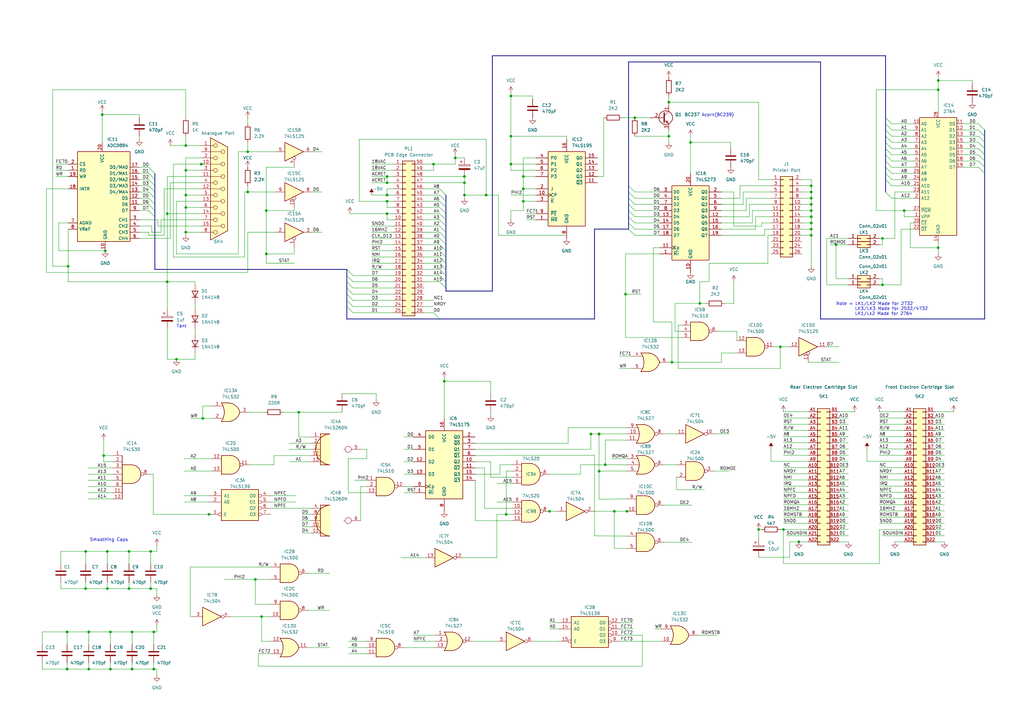
<source format=kicad_sch>
(kicad_sch (version 20211123) (generator eeschema)
  (paper "A3")
  (title_block (title "Acorn Plus One in KiCad") (date "24/04/23") (rev "A") (comment 1 "Also uses original Acorn Schematic as well for missing components") (comment 2 "Uses Previous redrawn schematic by P.Harvey  09-10-2010") (comment 3 "First attempt to recreate Plus One Schematic in KiCad") (comment 4 "Note:- Redrawn Schematic has -5V goiing to Analogue port should be +5V") (comment 5 "Also use of mylin cartridge and edge connectors user in KiCad"))
  (lib_symbols
    (symbol "74xx:74LS00" (pin_names (offset 1.016))
      (property "Reference" "U" (at 0 1.27 0))
      (property "Value" "74LS00" (at 0 -1.27 0))
      (symbol "74LS00_1_1"
        (pin input line (at -7.62 2.54 0) (length 3.81) (name "~") (number "1"))
        (pin input line (at -7.62 -2.54 0) (length 3.81) (name "~") (number "2"))
        (pin output inverted (at 7.62 0 180) (length 3.81) (name "~") (number "3"))
      )
      (symbol "74LS00_1_2"
        (pin input inverted (at -7.62 2.54 0) (length 4.318) (name "~") (number "1"))
        (pin input inverted (at -7.62 -2.54 0) (length 4.318) (name "~") (number "2"))
        (pin output line (at 7.62 0 180) (length 3.81) (name "~") (number "3"))
      )
      (symbol "74LS00_2_1"
        (pin input line (at -7.62 2.54 0) (length 3.81) (name "~") (number "4"))
        (pin input line (at -7.62 -2.54 0) (length 3.81) (name "~") (number "5"))
        (pin output inverted (at 7.62 0 180) (length 3.81) (name "~") (number "6"))
      )
      (symbol "74LS00_2_2"
        (pin input inverted (at -7.62 2.54 0) (length 4.318) (name "~") (number "4"))
        (pin input inverted (at -7.62 -2.54 0) (length 4.318) (name "~") (number "5"))
        (pin output line (at 7.62 0 180) (length 3.81) (name "~") (number "6"))
      )
      (symbol "74LS00_3_1"
        (pin input line (at -7.62 -2.54 0) (length 3.81) (name "~") (number "10"))
        (pin output inverted (at 7.62 0 180) (length 3.81) (name "~") (number "8"))
        (pin input line (at -7.62 2.54 0) (length 3.81) (name "~") (number "9"))
      )
      (symbol "74LS00_3_2"
        (pin input inverted (at -7.62 -2.54 0) (length 4.318) (name "~") (number "10"))
        (pin output line (at 7.62 0 180) (length 3.81) (name "~") (number "8"))
        (pin input inverted (at -7.62 2.54 0) (length 4.318) (name "~") (number "9"))
      )
      (symbol "74LS00_4_1"
        (pin output inverted (at 7.62 0 180) (length 3.81) (name "~") (number "11"))
        (pin input line (at -7.62 2.54 0) (length 3.81) (name "~") (number "12"))
        (pin input line (at -7.62 -2.54 0) (length 3.81) (name "~") (number "13"))
      )
      (symbol "74LS00_4_2"
        (pin output line (at 7.62 0 180) (length 3.81) (name "~") (number "11"))
        (pin input inverted (at -7.62 2.54 0) (length 4.318) (name "~") (number "12"))
        (pin input inverted (at -7.62 -2.54 0) (length 4.318) (name "~") (number "13"))
      )
      (symbol "74LS00_5_0"
        (pin power_in line (at 0 12.7 270) (length 5.08) (name "VCC") (number "14"))
        (pin power_in line (at 0 -12.7 90) (length 5.08) (name "GND") (number "7"))
      )
    )
    (symbol "74xx:74LS04"
      (property "Reference" "U" (at 0 1.27 0))
      (property "Value" "74LS04" (at 0 -1.27 0))
      (symbol "74LS04_1_0"
        (pin input line (at -7.62 0 0) (length 3.81) (name "~") (number "1"))
        (pin output inverted (at 7.62 0 180) (length 3.81) (name "~") (number "2"))
      )
      (symbol "74LS04_2_0"
        (pin input line (at -7.62 0 0) (length 3.81) (name "~") (number "3"))
        (pin output inverted (at 7.62 0 180) (length 3.81) (name "~") (number "4"))
      )
      (symbol "74LS04_3_0"
        (pin input line (at -7.62 0 0) (length 3.81) (name "~") (number "5"))
        (pin output inverted (at 7.62 0 180) (length 3.81) (name "~") (number "6"))
      )
      (symbol "74LS04_4_0"
        (pin output inverted (at 7.62 0 180) (length 3.81) (name "~") (number "8"))
        (pin input line (at -7.62 0 0) (length 3.81) (name "~") (number "9"))
      )
      (symbol "74LS04_5_0"
        (pin output inverted (at 7.62 0 180) (length 3.81) (name "~") (number "10"))
        (pin input line (at -7.62 0 0) (length 3.81) (name "~") (number "11"))
      )
      (symbol "74LS04_6_0"
        (pin output inverted (at 7.62 0 180) (length 3.81) (name "~") (number "12"))
        (pin input line (at -7.62 0 0) (length 3.81) (name "~") (number "13"))
      )
      (symbol "74LS04_7_0"
        (pin power_in line (at 0 12.7 270) (length 5.08) (name "VCC") (number "14"))
        (pin power_in line (at 0 -12.7 90) (length 5.08) (name "GND") (number "7"))
      )
    )
    (symbol "74xx:74LS10" (pin_names (offset 1.016))
      (property "Reference" "U" (at 0 1.27 0))
      (property "Value" "74LS10" (at 0 -1.27 0))
      (symbol "74LS10_1_1"
        (pin input line (at -7.62 2.54 0) (length 3.81) (name "~") (number "1"))
        (pin output inverted (at 7.62 0 180) (length 3.81) (name "~") (number "12"))
        (pin input line (at -7.62 -2.54 0) (length 3.81) (name "~") (number "13"))
        (pin input line (at -7.62 0 0) (length 3.81) (name "~") (number "2"))
      )
      (symbol "74LS10_1_2"
        (pin input inverted (at -7.62 2.54 0) (length 4.318) (name "~") (number "1"))
        (pin output line (at 7.62 0 180) (length 3.81) (name "~") (number "12"))
        (pin input inverted (at -7.62 -2.54 0) (length 4.318) (name "~") (number "13"))
        (pin input inverted (at -7.62 0 0) (length 4.953) (name "~") (number "2"))
      )
      (symbol "74LS10_2_1"
        (pin input line (at -7.62 2.54 0) (length 3.81) (name "~") (number "3"))
        (pin input line (at -7.62 0 0) (length 3.81) (name "~") (number "4"))
        (pin input line (at -7.62 -2.54 0) (length 3.81) (name "~") (number "5"))
        (pin output inverted (at 7.62 0 180) (length 3.81) (name "~") (number "6"))
      )
      (symbol "74LS10_2_2"
        (pin input inverted (at -7.62 2.54 0) (length 4.318) (name "~") (number "3"))
        (pin input inverted (at -7.62 0 0) (length 4.953) (name "~") (number "4"))
        (pin input inverted (at -7.62 -2.54 0) (length 4.318) (name "~") (number "5"))
        (pin output line (at 7.62 0 180) (length 3.81) (name "~") (number "6"))
      )
      (symbol "74LS10_3_1"
        (pin input line (at -7.62 0 0) (length 3.81) (name "~") (number "10"))
        (pin input line (at -7.62 -2.54 0) (length 3.81) (name "~") (number "11"))
        (pin output inverted (at 7.62 0 180) (length 3.81) (name "~") (number "8"))
        (pin input line (at -7.62 2.54 0) (length 3.81) (name "~") (number "9"))
      )
      (symbol "74LS10_3_2"
        (pin input inverted (at -7.62 0 0) (length 4.953) (name "~") (number "10"))
        (pin input inverted (at -7.62 -2.54 0) (length 4.318) (name "~") (number "11"))
        (pin output line (at 7.62 0 180) (length 3.81) (name "~") (number "8"))
        (pin input inverted (at -7.62 2.54 0) (length 4.318) (name "~") (number "9"))
      )
      (symbol "74LS10_4_0"
        (pin power_in line (at 0 12.7 270) (length 5.08) (name "VCC") (number "14"))
        (pin power_in line (at 0 -12.7 90) (length 5.08) (name "GND") (number "7"))
      )
    )
    (symbol "74xx:74LS125" (pin_names (offset 1.016))
      (property "Reference" "U" (at 0 1.27 0))
      (property "Value" "74LS125" (at 0 -1.27 0))
      (symbol "74LS125_1_0"
        (pin input inverted (at 0 -6.35 90) (length 4.445) (name "~") (number "1"))
        (pin input line (at -7.62 0 0) (length 3.81) (name "~") (number "2"))
        (pin tri_state line (at 7.62 0 180) (length 3.81) (name "~") (number "3"))
      )
      (symbol "74LS125_2_0"
        (pin input inverted (at 0 -6.35 90) (length 4.445) (name "~") (number "4"))
        (pin input line (at -7.62 0 0) (length 3.81) (name "~") (number "5"))
        (pin tri_state line (at 7.62 0 180) (length 3.81) (name "~") (number "6"))
      )
      (symbol "74LS125_3_0"
        (pin input inverted (at 0 -6.35 90) (length 4.445) (name "~") (number "10"))
        (pin tri_state line (at 7.62 0 180) (length 3.81) (name "~") (number "8"))
        (pin input line (at -7.62 0 0) (length 3.81) (name "~") (number "9"))
      )
      (symbol "74LS125_4_0"
        (pin tri_state line (at 7.62 0 180) (length 3.81) (name "~") (number "11"))
        (pin input line (at -7.62 0 0) (length 3.81) (name "~") (number "12"))
        (pin input inverted (at 0 -6.35 90) (length 4.445) (name "~") (number "13"))
      )
      (symbol "74LS125_5_0"
        (pin power_in line (at 0 12.7 270) (length 5.08) (name "VCC") (number "14"))
        (pin power_in line (at 0 -12.7 90) (length 5.08) (name "GND") (number "7"))
      )
    )
    (symbol "74xx:74LS139" (pin_names (offset 1.016))
      (property "Reference" "U" (at -7.62 8.89 0))
      (property "Value" "74LS139" (at -7.62 -8.89 0))
      (symbol "74LS139_1_0"
        (pin input inverted (at -12.7 -5.08 0) (length 5.08) (name "E") (number "1"))
        (pin input line (at -12.7 0 0) (length 5.08) (name "A0") (number "2"))
        (pin input line (at -12.7 2.54 0) (length 5.08) (name "A1") (number "3"))
        (pin output inverted (at 12.7 2.54 180) (length 5.08) (name "O0") (number "4"))
        (pin output inverted (at 12.7 0 180) (length 5.08) (name "O1") (number "5"))
        (pin output inverted (at 12.7 -2.54 180) (length 5.08) (name "O2") (number "6"))
        (pin output inverted (at 12.7 -5.08 180) (length 5.08) (name "O3") (number "7"))
      )
      (symbol "74LS139_2_0"
        (pin output inverted (at 12.7 -2.54 180) (length 5.08) (name "O2") (number "10"))
        (pin output inverted (at 12.7 0 180) (length 5.08) (name "O1") (number "11"))
        (pin output inverted (at 12.7 2.54 180) (length 5.08) (name "O0") (number "12"))
        (pin input line (at -12.7 2.54 0) (length 5.08) (name "A1") (number "13"))
        (pin input line (at -12.7 0 0) (length 5.08) (name "A0") (number "14"))
        (pin input inverted (at -12.7 -5.08 0) (length 5.08) (name "E") (number "15"))
        (pin output inverted (at 12.7 -5.08 180) (length 5.08) (name "O3") (number "9"))
      )
      (symbol "74LS139_3_0"
        (pin power_in line (at 0 12.7 270) (length 5.08) (name "VCC") (number "16"))
        (pin power_in line (at 0 -12.7 90) (length 5.08) (name "GND") (number "8"))
      )
    )
    (symbol "74xx:74LS175" (pin_names (offset 1.016))
      (property "Reference" "U" (at -7.62 13.97 0))
      (property "Value" "74LS175" (at -7.62 -16.51 0))
      (symbol "74LS175_1_0"
        (pin input line (at -12.7 -12.7 0) (length 5.08) (name "~{Mr}") (number "1"))
        (pin output line (at 12.7 0 180) (length 5.08) (name "Q2") (number "10"))
        (pin output line (at 12.7 -2.54 180) (length 5.08) (name "~{Q2}") (number "11"))
        (pin input line (at -12.7 0 0) (length 5.08) (name "D2") (number "12"))
        (pin input line (at -12.7 -5.08 0) (length 5.08) (name "D3") (number "13"))
        (pin output line (at 12.7 -7.62 180) (length 5.08) (name "~{Q3}") (number "14"))
        (pin output line (at 12.7 -5.08 180) (length 5.08) (name "Q3") (number "15"))
        (pin power_in line (at 0 17.78 270) (length 5.08) (name "VCC") (number "16"))
        (pin output line (at 12.7 10.16 180) (length 5.08) (name "Q0") (number "2"))
        (pin output line (at 12.7 7.62 180) (length 5.08) (name "~{Q0}") (number "3"))
        (pin input line (at -12.7 10.16 0) (length 5.08) (name "D0") (number "4"))
        (pin input line (at -12.7 5.08 0) (length 5.08) (name "D1") (number "5"))
        (pin output line (at 12.7 2.54 180) (length 5.08) (name "~{Q1}") (number "6"))
        (pin output line (at 12.7 5.08 180) (length 5.08) (name "Q1") (number "7"))
        (pin power_in line (at 0 -20.32 90) (length 5.08) (name "GND") (number "8"))
        (pin input clock (at -12.7 -10.16 0) (length 5.08) (name "Cp") (number "9"))
      )
    )
    (symbol "74xx:74LS195" (pin_names (offset 1.016))
      (property "Reference" "U" (at -7.62 16.51 0))
      (property "Value" "74LS195" (at -7.62 -16.51 0))
      (symbol "74LS195_1_0"
        (pin input line (at -12.7 -12.7 0) (length 5.08) (name "~{MR}") (number "1"))
        (pin input clock (at -12.7 -2.54 0) (length 5.08) (name "CP") (number "10"))
        (pin output line (at 12.7 2.54 180) (length 5.08) (name "~{Q3}") (number "11"))
        (pin output line (at 12.7 5.08 180) (length 5.08) (name "Q3") (number "12"))
        (pin output line (at 12.7 7.62 180) (length 5.08) (name "Q2") (number "13"))
        (pin output line (at 12.7 10.16 180) (length 5.08) (name "Q1") (number "14"))
        (pin output line (at 12.7 12.7 180) (length 5.08) (name "Q0") (number "15"))
        (pin power_in line (at 0 20.32 270) (length 5.08) (name "VCC") (number "16"))
        (pin input line (at -12.7 0 0) (length 5.08) (name "J") (number "2"))
        (pin input line (at -12.7 -5.08 0) (length 5.08) (name "~{K}") (number "3"))
        (pin input line (at -12.7 12.7 0) (length 5.08) (name "P0") (number "4"))
        (pin input line (at -12.7 10.16 0) (length 5.08) (name "P1") (number "5"))
        (pin input line (at -12.7 7.62 0) (length 5.08) (name "P2") (number "6"))
        (pin input line (at -12.7 5.08 0) (length 5.08) (name "P3") (number "7"))
        (pin power_in line (at 0 -20.32 90) (length 5.08) (name "GND") (number "8"))
        (pin input line (at -12.7 -10.16 0) (length 5.08) (name "~{PE}") (number "9"))
      )
    )
    (symbol "74xx:74LS20" (pin_names (offset 1.016))
      (property "Reference" "U" (at 0 1.27 0))
      (property "Value" "74LS20" (at 0 -1.27 0))
      (symbol "74LS20_1_1"
        (pin input line (at -7.62 3.81 0) (length 3.81) (name "~") (number "1"))
        (pin input line (at -7.62 1.27 0) (length 3.81) (name "~") (number "2"))
        (pin input line (at -7.62 -1.27 0) (length 3.81) (name "~") (number "4"))
        (pin input line (at -7.62 -3.81 0) (length 3.81) (name "~") (number "5"))
        (pin output inverted (at 7.62 0 180) (length 3.81) (name "~") (number "6"))
      )
      (symbol "74LS20_1_2"
        (pin input inverted (at -7.62 3.81 0) (length 3.81) (name "~") (number "1"))
        (pin input inverted (at -7.62 1.27 0) (length 4.826) (name "~") (number "2"))
        (pin input inverted (at -7.62 -1.27 0) (length 4.826) (name "~") (number "4"))
        (pin input inverted (at -7.62 -3.81 0) (length 3.81) (name "~") (number "5"))
        (pin output line (at 7.62 0 180) (length 3.81) (name "~") (number "6"))
      )
      (symbol "74LS20_2_1"
        (pin input line (at -7.62 1.27 0) (length 3.81) (name "~") (number "10"))
        (pin input line (at -7.62 -1.27 0) (length 3.81) (name "~") (number "12"))
        (pin input line (at -7.62 -3.81 0) (length 3.81) (name "~") (number "13"))
        (pin output inverted (at 7.62 0 180) (length 3.81) (name "~") (number "8"))
        (pin input line (at -7.62 3.81 0) (length 3.81) (name "~") (number "9"))
      )
      (symbol "74LS20_2_2"
        (pin input inverted (at -7.62 1.27 0) (length 4.826) (name "~") (number "10"))
        (pin input inverted (at -7.62 -1.27 0) (length 4.826) (name "~") (number "12"))
        (pin input inverted (at -7.62 -3.81 0) (length 3.81) (name "~") (number "13"))
        (pin output line (at 7.62 0 180) (length 3.81) (name "~") (number "8"))
        (pin input inverted (at -7.62 3.81 0) (length 3.81) (name "~") (number "9"))
      )
      (symbol "74LS20_3_0"
        (pin power_in line (at 0 12.7 270) (length 5.08) (name "VCC") (number "14"))
        (pin power_in line (at 0 -12.7 90) (length 5.08) (name "GND") (number "7"))
      )
    )
    (symbol "74xx:74LS27" (pin_names (offset 1.016))
      (property "Reference" "U" (at 0 1.27 0))
      (property "Value" "74LS27" (at 0 -1.27 0))
      (symbol "74LS27_1_1"
        (pin input line (at -7.62 2.54 0) (length 4.318) (name "~") (number "1"))
        (pin output inverted (at 7.62 0 180) (length 3.81) (name "~") (number "12"))
        (pin input line (at -7.62 -2.54 0) (length 4.318) (name "~") (number "13"))
        (pin input line (at -7.62 0 0) (length 4.953) (name "~") (number "2"))
      )
      (symbol "74LS27_1_2"
        (pin input inverted (at -7.62 2.54 0) (length 3.81) (name "~") (number "1"))
        (pin output line (at 7.62 0 180) (length 3.81) (name "~") (number "12"))
        (pin input inverted (at -7.62 -2.54 0) (length 3.81) (name "~") (number "13"))
        (pin input inverted (at -7.62 0 0) (length 3.81) (name "~") (number "2"))
      )
      (symbol "74LS27_2_1"
        (pin input line (at -7.62 2.54 0) (length 4.318) (name "~") (number "3"))
        (pin input line (at -7.62 0 0) (length 4.953) (name "~") (number "4"))
        (pin input line (at -7.62 -2.54 0) (length 4.318) (name "~") (number "5"))
        (pin output inverted (at 7.62 0 180) (length 3.81) (name "~") (number "6"))
      )
      (symbol "74LS27_2_2"
        (pin input inverted (at -7.62 2.54 0) (length 3.81) (name "~") (number "3"))
        (pin input inverted (at -7.62 0 0) (length 3.81) (name "~") (number "4"))
        (pin input inverted (at -7.62 -2.54 0) (length 3.81) (name "~") (number "5"))
        (pin output line (at 7.62 0 180) (length 3.81) (name "~") (number "6"))
      )
      (symbol "74LS27_3_1"
        (pin input line (at -7.62 0 0) (length 4.953) (name "~") (number "10"))
        (pin input line (at -7.62 -2.54 0) (length 4.318) (name "~") (number "11"))
        (pin output inverted (at 7.62 0 180) (length 3.81) (name "~") (number "8"))
        (pin input line (at -7.62 2.54 0) (length 4.318) (name "~") (number "9"))
      )
      (symbol "74LS27_3_2"
        (pin input inverted (at -7.62 0 0) (length 3.81) (name "~") (number "10"))
        (pin input inverted (at -7.62 -2.54 0) (length 3.81) (name "~") (number "11"))
        (pin output line (at 7.62 0 180) (length 3.81) (name "~") (number "8"))
        (pin input inverted (at -7.62 2.54 0) (length 3.81) (name "~") (number "9"))
      )
      (symbol "74LS27_4_0"
        (pin power_in line (at 0 12.7 270) (length 5.08) (name "VCC") (number "14"))
        (pin power_in line (at 0 -12.7 90) (length 5.08) (name "GND") (number "7"))
      )
    )
    (symbol "74xx:74LS273"
      (property "Reference" "U" (at -7.62 16.51 0))
      (property "Value" "74LS273" (at -7.62 -16.51 0))
      (symbol "74LS273_1_0"
        (pin input line (at -12.7 -12.7 0) (length 5.08) (name "~{Mr}") (number "1"))
        (pin power_in line (at 0 -20.32 90) (length 5.08) (name "GND") (number "10"))
        (pin input clock (at -12.7 -10.16 0) (length 5.08) (name "Cp") (number "11"))
        (pin output line (at 12.7 2.54 180) (length 5.08) (name "Q4") (number "12"))
        (pin input line (at -12.7 2.54 0) (length 5.08) (name "D4") (number "13"))
        (pin input line (at -12.7 0 0) (length 5.08) (name "D5") (number "14"))
        (pin output line (at 12.7 0 180) (length 5.08) (name "Q5") (number "15"))
        (pin output line (at 12.7 -2.54 180) (length 5.08) (name "Q6") (number "16"))
        (pin input line (at -12.7 -2.54 0) (length 5.08) (name "D6") (number "17"))
        (pin input line (at -12.7 -5.08 0) (length 5.08) (name "D7") (number "18"))
        (pin output line (at 12.7 -5.08 180) (length 5.08) (name "Q7") (number "19"))
        (pin output line (at 12.7 12.7 180) (length 5.08) (name "Q0") (number "2"))
        (pin power_in line (at 0 20.32 270) (length 5.08) (name "VCC") (number "20"))
        (pin input line (at -12.7 12.7 0) (length 5.08) (name "D0") (number "3"))
        (pin input line (at -12.7 10.16 0) (length 5.08) (name "D1") (number "4"))
        (pin output line (at 12.7 10.16 180) (length 5.08) (name "Q1") (number "5"))
        (pin output line (at 12.7 7.62 180) (length 5.08) (name "Q2") (number "6"))
        (pin input line (at -12.7 7.62 0) (length 5.08) (name "D2") (number "7"))
        (pin input line (at -12.7 5.08 0) (length 5.08) (name "D3") (number "8"))
        (pin output line (at 12.7 5.08 180) (length 5.08) (name "Q3") (number "9"))
      )
    )
    (symbol "74xx:74LS30" (pin_names (offset 1.016))
      (property "Reference" "U" (at 0 1.27 0))
      (property "Value" "74LS30" (at 0 -1.27 0))
      (symbol "74LS30_1_1"
        (pin input line (at -7.62 7.62 0) (length 3.81) (name "~") (number "1"))
        (pin input line (at -7.62 -7.62 0) (length 3.81) (name "~") (number "11"))
        (pin input line (at -7.62 -10.16 0) (length 3.81) (name "~") (number "12"))
        (pin input line (at -7.62 5.08 0) (length 3.81) (name "~") (number "2"))
        (pin input line (at -7.62 2.54 0) (length 3.81) (name "~") (number "3"))
        (pin input line (at -7.62 0 0) (length 3.81) (name "~") (number "4"))
        (pin input line (at -7.62 -2.54 0) (length 3.81) (name "~") (number "5"))
        (pin input line (at -7.62 -5.08 0) (length 3.81) (name "~") (number "6"))
        (pin output inverted (at 7.62 0 180) (length 3.81) (name "~") (number "8"))
      )
      (symbol "74LS30_1_2"
        (pin input inverted (at -7.62 7.62 0) (length 3.81) (name "~") (number "1"))
        (pin input inverted (at -7.62 -7.62 0) (length 3.81) (name "~") (number "11"))
        (pin input inverted (at -7.62 -10.16 0) (length 3.81) (name "~") (number "12"))
        (pin input inverted (at -7.62 5.08 0) (length 3.81) (name "~") (number "2"))
        (pin input inverted (at -7.62 2.54 0) (length 4.5466) (name "~") (number "3"))
        (pin input inverted (at -7.62 0 0) (length 5.08) (name "~") (number "4"))
        (pin input inverted (at -7.62 -2.54 0) (length 4.5466) (name "~") (number "5"))
        (pin input inverted (at -7.62 -5.08 0) (length 3.81) (name "~") (number "6"))
        (pin output line (at 7.62 0 180) (length 3.81) (name "~") (number "8"))
      )
      (symbol "74LS30_2_0"
        (pin power_in line (at 0 12.7 270) (length 5.08) (name "VCC") (number "14"))
        (pin power_in line (at 0 -12.7 90) (length 5.08) (name "GND") (number "7"))
      )
    )
    (symbol "74xx:74LS32" (pin_names (offset 1.016))
      (property "Reference" "U" (at 0 1.27 0))
      (property "Value" "74LS32" (at 0 -1.27 0))
      (symbol "74LS32_1_1"
        (pin input line (at -7.62 2.54 0) (length 4.318) (name "~") (number "1"))
        (pin input line (at -7.62 -2.54 0) (length 4.318) (name "~") (number "2"))
        (pin output line (at 7.62 0 180) (length 3.81) (name "~") (number "3"))
      )
      (symbol "74LS32_1_2"
        (pin input inverted (at -7.62 2.54 0) (length 3.81) (name "~") (number "1"))
        (pin input inverted (at -7.62 -2.54 0) (length 3.81) (name "~") (number "2"))
        (pin output inverted (at 7.62 0 180) (length 3.81) (name "~") (number "3"))
      )
      (symbol "74LS32_2_1"
        (pin input line (at -7.62 2.54 0) (length 4.318) (name "~") (number "4"))
        (pin input line (at -7.62 -2.54 0) (length 4.318) (name "~") (number "5"))
        (pin output line (at 7.62 0 180) (length 3.81) (name "~") (number "6"))
      )
      (symbol "74LS32_2_2"
        (pin input inverted (at -7.62 2.54 0) (length 3.81) (name "~") (number "4"))
        (pin input inverted (at -7.62 -2.54 0) (length 3.81) (name "~") (number "5"))
        (pin output inverted (at 7.62 0 180) (length 3.81) (name "~") (number "6"))
      )
      (symbol "74LS32_3_1"
        (pin input line (at -7.62 -2.54 0) (length 4.318) (name "~") (number "10"))
        (pin output line (at 7.62 0 180) (length 3.81) (name "~") (number "8"))
        (pin input line (at -7.62 2.54 0) (length 4.318) (name "~") (number "9"))
      )
      (symbol "74LS32_3_2"
        (pin input inverted (at -7.62 -2.54 0) (length 3.81) (name "~") (number "10"))
        (pin output inverted (at 7.62 0 180) (length 3.81) (name "~") (number "8"))
        (pin input inverted (at -7.62 2.54 0) (length 3.81) (name "~") (number "9"))
      )
      (symbol "74LS32_4_1"
        (pin output line (at 7.62 0 180) (length 3.81) (name "~") (number "11"))
        (pin input line (at -7.62 2.54 0) (length 4.318) (name "~") (number "12"))
        (pin input line (at -7.62 -2.54 0) (length 4.318) (name "~") (number "13"))
      )
      (symbol "74LS32_4_2"
        (pin output inverted (at 7.62 0 180) (length 3.81) (name "~") (number "11"))
        (pin input inverted (at -7.62 2.54 0) (length 3.81) (name "~") (number "12"))
        (pin input inverted (at -7.62 -2.54 0) (length 3.81) (name "~") (number "13"))
      )
      (symbol "74LS32_5_0"
        (pin power_in line (at 0 12.7 270) (length 5.08) (name "VCC") (number "14"))
        (pin power_in line (at 0 -12.7 90) (length 5.08) (name "GND") (number "7"))
      )
    )
    (symbol "Acorn_Plus_One_Symbols:74LS260N"
      (property "Reference" "U" (at 0 -3.81 0))
      (property "Value" "74LS260N" (at 0 -6.35 0))
      (symbol "74LS260N_1_1"
        (pin input line (at -7.62 10.16 0) (length 3.81) (name "~") (number "1"))
        (pin input line (at -7.62 2.54 0) (length 3.81) (name "~") (number "12"))
        (pin input line (at -7.62 0 0) (length 3.81) (name "~") (number "13"))
        (pin input line (at -7.62 7.62 0) (length 3.81) (name "~") (number "2"))
        (pin input line (at -7.62 5.08 0) (length 3.81) (name "~") (number "3"))
        (pin output line (at 12.7 5.08 180) (length 3.81) (name "") (number "5"))
      )
      (symbol "74LS260N_1_2"
        (pin input line (at -7.62 10.16 0) (length 3.81) (name "~") (number "1"))
        (pin input line (at -7.62 2.54 0) (length 3.81) (name "~") (number "12"))
        (pin input line (at -7.62 0 0) (length 3.81) (name "~") (number "13"))
        (pin input line (at -7.62 7.62 0) (length 3.81) (name "~") (number "2"))
        (pin input line (at -7.62 5.08 0) (length 3.81) (name "~") (number "3"))
        (pin output line (at 10.16 5.08 180) (length 3.81) (name "~") (number "5"))
      )
      (symbol "74LS260N_2_1"
        (pin input line (at -7.62 2.54 0) (length 3.81) (name "~") (number "10"))
        (pin input line (at -7.62 0 0) (length 3.81) (name "~") (number "11"))
        (pin input line (at -7.62 10.16 0) (length 3.81) (name "~") (number "4"))
        (pin output line (at 12.7 5.08 180) (length 3.81) (name "") (number "6"))
        (pin input line (at -7.62 7.62 0) (length 3.81) (name "~") (number "8"))
        (pin input line (at -7.62 5.08 0) (length 3.81) (name "~") (number "9"))
      )
      (symbol "74LS260N_2_2"
        (pin input line (at -7.62 10.16 0) (length 3.81) (name "~") (number "1"))
        (pin input line (at -7.62 2.54 0) (length 3.81) (name "~") (number "12"))
        (pin input line (at -7.62 0 0) (length 3.81) (name "~") (number "13"))
        (pin input line (at -7.62 7.62 0) (length 3.81) (name "~") (number "2"))
        (pin input line (at -7.62 5.08 0) (length 3.81) (name "~") (number "3"))
        (pin output line (at 10.16 5.08 180) (length 3.81) (name "~") (number "5"))
      )
    )
    (symbol "Acorn_Plus_One_Symbols:ADC0884" (pin_names (offset 0.762))
      (property "Reference" "U" (at -6.35 17.78 0))
      (property "Value" "ADC0884" (at -7.62 -21.59 0))
      (symbol "ADC0884_1_1"
        (pin input line (at -11.43 8.89 0) (length 3.81) (name "RD") (number "1"))
        (pin power_in line (at 3.81 -24.13 90) (length 3.81) (name "GND") (number "10"))
        (pin output line (at 17.78 -5.08 180) (length 3.81) (name "D6") (number "11"))
        (pin output line (at 17.78 -2.54 180) (length 3.81) (name "D5") (number "12"))
        (pin output line (at 17.78 0 180) (length 3.81) (name "D4/MA4") (number "13"))
        (pin output line (at 17.78 2.54 180) (length 3.81) (name "D3/MA3") (number "14"))
        (pin output line (at 17.78 5.08 180) (length 3.81) (name "D2/MA2") (number "15"))
        (pin output line (at 17.78 7.62 180) (length 3.81) (name "D1/MA1") (number "16"))
        (pin output line (at 17.78 10.16 180) (length 3.81) (name "D0/MA0") (number "17"))
        (pin output line (at -11.43 1.27 0) (length 3.81) (name "INTR") (number "18"))
        (pin input line (at -11.43 6.35 0) (length 3.81) (name "WR") (number "19"))
        (pin input line (at -11.43 11.43 0) (length 3.81) (name "CS") (number "2"))
        (pin power_in line (at 2.54 20.32 270) (length 3.81) (name "VCC") (number "20"))
        (pin input line (at 17.78 -11.43 180) (length 3.81) (name "CH1") (number "3"))
        (pin input line (at 17.78 -13.97 180) (length 3.81) (name "CH2") (number "4"))
        (pin input line (at 17.78 -16.51 180) (length 3.81) (name "CH3") (number "5"))
        (pin input line (at 17.78 -19.05 180) (length 3.81) (name "CH4") (number "6"))
        (pin power_in line (at -11.43 -12.7 0) (length 3.81) (name "AGND") (number "7"))
        (pin power_in line (at -11.43 -15.24 0) (length 3.81) (name "VReF") (number "8"))
        (pin output line (at 17.78 -7.62 180) (length 3.81) (name "D7") (number "9"))
      )
    )
    (symbol "Acorn_Plus_One_Symbols:Electron Cartridge Slot" (pin_names hide)
      (property "Reference" "U" (at 0 0 0))
      (property "Value" "Electron Cartridge Slot" (at 0 -2.54 0))
      (symbol "Electron Cartridge Slot_1_1"
        (pin passive line (at -6.35 58.42 0) (length 3.81) (name "Pin_a1") (number "A1"))
        (pin passive line (at -6.35 35.56 0) (length 3.81) (name "Pin_a10") (number "A10"))
        (pin passive line (at -6.35 33.02 0) (length 3.81) (name "Pin_a11") (number "A11"))
        (pin passive line (at -6.35 30.48 0) (length 3.81) (name "Pin_a12") (number "A12"))
        (pin passive line (at -6.35 27.94 0) (length 3.81) (name "Pin_a13") (number "A13"))
        (pin passive line (at -6.35 25.4 0) (length 3.81) (name "Pin_a14") (number "A14"))
        (pin passive line (at -6.35 22.86 0) (length 3.81) (name "Pin_a15") (number "A15"))
        (pin passive line (at -6.35 20.32 0) (length 3.81) (name "Pin_a16") (number "A16"))
        (pin passive line (at -6.35 17.78 0) (length 3.81) (name "Pin_a17") (number "A17"))
        (pin passive line (at -6.35 15.24 0) (length 3.81) (name "Pin_a18") (number "A18"))
        (pin passive line (at -6.35 12.7 0) (length 3.81) (name "Pin_a19") (number "A19"))
        (pin passive line (at -6.35 55.88 0) (length 3.81) (name "Pin_a2") (number "A2"))
        (pin passive line (at -6.35 10.16 0) (length 3.81) (name "Pin_a20") (number "A20"))
        (pin passive line (at -6.35 7.62 0) (length 3.81) (name "Pin_a21") (number "A21"))
        (pin passive line (at -6.35 5.08 0) (length 3.81) (name "Pin_a22") (number "A22"))
        (pin passive line (at -6.35 53.34 0) (length 3.81) (name "Pin_a3") (number "A3"))
        (pin passive line (at -6.35 50.8 0) (length 3.81) (name "Pin_a4") (number "A4"))
        (pin passive line (at -6.35 48.26 0) (length 3.81) (name "Pin_a5") (number "A5"))
        (pin passive line (at -6.35 45.72 0) (length 3.81) (name "Pin_a6") (number "A6"))
        (pin passive line (at -6.35 43.18 0) (length 3.81) (name "Pin_a7") (number "A7"))
        (pin passive line (at -6.35 40.64 0) (length 3.81) (name "Pin_a8") (number "A8"))
        (pin passive line (at -6.35 38.1 0) (length 3.81) (name "Pin_a9") (number "A9"))
        (pin passive line (at 6.35 58.42 180) (length 3.81) (name "Pin_b1") (number "B1"))
        (pin passive line (at 6.35 35.56 180) (length 3.81) (name "Pin_b10") (number "B10"))
        (pin passive line (at 6.35 33.02 180) (length 3.81) (name "Pin_b11") (number "B11"))
        (pin passive line (at 6.35 30.48 180) (length 3.81) (name "Pin_b12") (number "B12"))
        (pin passive line (at 6.35 27.94 180) (length 3.81) (name "Pin_b13") (number "B13"))
        (pin passive line (at 6.35 25.4 180) (length 3.81) (name "Pin_b14") (number "B14"))
        (pin passive line (at 6.35 22.86 180) (length 3.81) (name "Pin_b15") (number "B15"))
        (pin passive line (at 6.35 20.32 180) (length 3.81) (name "Pin_b16") (number "B16"))
        (pin passive line (at 6.35 17.78 180) (length 3.81) (name "Pin_b17") (number "B17"))
        (pin passive line (at 6.35 15.24 180) (length 3.81) (name "Pin_b18") (number "B18"))
        (pin passive line (at 6.35 12.7 180) (length 3.81) (name "Pin_b19") (number "B19"))
        (pin passive line (at 6.35 55.88 180) (length 3.81) (name "Pin_b2") (number "B2"))
        (pin passive line (at 6.35 10.16 180) (length 3.81) (name "Pin_b20") (number "B20"))
        (pin passive line (at 6.35 7.62 180) (length 3.81) (name "Pin_b21") (number "B21"))
        (pin passive line (at 6.35 5.08 180) (length 3.81) (name "B22") (number "B22"))
        (pin passive line (at 6.35 53.34 180) (length 3.81) (name "Pin_b3") (number "B3"))
        (pin passive line (at 6.35 50.8 180) (length 3.81) (name "Pin_b4") (number "B4"))
        (pin passive line (at 6.35 48.26 180) (length 3.81) (name "B5") (number "B5"))
        (pin passive line (at 6.35 45.72 180) (length 3.81) (name "Pin_b6") (number "B6"))
        (pin passive line (at 6.35 43.18 180) (length 3.81) (name "Pin_b7") (number "B7"))
        (pin passive line (at 6.35 40.64 180) (length 3.81) (name "Pin_b8") (number "B8"))
        (pin passive line (at 6.35 38.1 180) (length 3.81) (name "Pin_b9") (number "B9"))
      )
    )
    (symbol "Connector:DB15_Female" (pin_names (offset 1.016) hide)
      (property "Reference" "J" (at 0.508 21.59 0))
      (property "Value" "DB15_Female" (at 0 -22.225 0))
      (symbol "DB15_Female_1_1"
        (pin passive line (at -7.62 17.78 0) (length 3.81) (name "1") (number "1"))
        (pin passive line (at -7.62 10.16 0) (length 3.81) (name "P10") (number "10"))
        (pin passive line (at -7.62 5.08 0) (length 3.81) (name "P111") (number "11"))
        (pin passive line (at -7.62 0 0) (length 3.81) (name "P12") (number "12"))
        (pin passive line (at -7.62 -5.08 0) (length 3.81) (name "P13") (number "13"))
        (pin passive line (at -7.62 -10.16 0) (length 3.81) (name "P14") (number "14"))
        (pin passive line (at -7.62 -15.24 0) (length 3.81) (name "P15") (number "15"))
        (pin passive line (at -7.62 12.7 0) (length 3.81) (name "2") (number "2"))
        (pin passive line (at -7.62 7.62 0) (length 3.81) (name "3") (number "3"))
        (pin passive line (at -7.62 2.54 0) (length 3.81) (name "4") (number "4"))
        (pin passive line (at -7.62 -2.54 0) (length 3.81) (name "5") (number "5"))
        (pin passive line (at -7.62 -7.62 0) (length 3.81) (name "6") (number "6"))
        (pin passive line (at -7.62 -12.7 0) (length 3.81) (name "7") (number "7"))
        (pin passive line (at -7.62 -17.78 0) (length 3.81) (name "8") (number "8"))
        (pin passive line (at -7.62 15.24 0) (length 3.81) (name "P9") (number "9"))
      )
    )
    (symbol "Connector_Generic:Conn_02x01" (pin_names (offset 1.016) hide)
      (property "Reference" "J" (at 1.27 2.54 0))
      (property "Value" "Conn_02x01" (at 1.27 -2.54 0))
      (symbol "Conn_02x01_1_1"
        (pin passive line (at -5.08 0 0) (length 3.81) (name "Pin_1") (number "1"))
        (pin passive line (at 7.62 0 180) (length 3.81) (name "Pin_2") (number "2"))
      )
    )
    (symbol "Connector_Generic:Conn_02x13_Odd_Even" (pin_names (offset 1.016) hide)
      (property "Reference" "J" (at 1.27 17.78 0))
      (property "Value" "Conn_02x13_Odd_Even" (at 1.27 -17.78 0))
      (symbol "Conn_02x13_Odd_Even_1_1"
        (pin passive line (at -5.08 15.24 0) (length 3.81) (name "Pin_1") (number "1"))
        (pin passive line (at 7.62 5.08 180) (length 3.81) (name "Pin_10") (number "10"))
        (pin passive line (at -5.08 2.54 0) (length 3.81) (name "Pin_11") (number "11"))
        (pin passive line (at 7.62 2.54 180) (length 3.81) (name "Pin_12") (number "12"))
        (pin passive line (at -5.08 0 0) (length 3.81) (name "Pin_13") (number "13"))
        (pin passive line (at 7.62 0 180) (length 3.81) (name "Pin_14") (number "14"))
        (pin passive line (at -5.08 -2.54 0) (length 3.81) (name "Pin_15") (number "15"))
        (pin passive line (at 7.62 -2.54 180) (length 3.81) (name "Pin_16") (number "16"))
        (pin passive line (at -5.08 -5.08 0) (length 3.81) (name "Pin_17") (number "17"))
        (pin passive line (at 7.62 -5.08 180) (length 3.81) (name "Pin_18") (number "18"))
        (pin passive line (at -5.08 -7.62 0) (length 3.81) (name "Pin_19") (number "19"))
        (pin passive line (at 7.62 15.24 180) (length 3.81) (name "Pin_2") (number "2"))
        (pin passive line (at 7.62 -7.62 180) (length 3.81) (name "Pin_20") (number "20"))
        (pin passive line (at -5.08 -10.16 0) (length 3.81) (name "Pin_21") (number "21"))
        (pin passive line (at 7.62 -10.16 180) (length 3.81) (name "Pin_22") (number "22"))
        (pin passive line (at -5.08 -12.7 0) (length 3.81) (name "Pin_23") (number "23"))
        (pin passive line (at 7.62 -12.7 180) (length 3.81) (name "Pin_24") (number "24"))
        (pin passive line (at -5.08 -15.24 0) (length 3.81) (name "Pin_25") (number "25"))
        (pin passive line (at 7.62 -15.24 180) (length 3.81) (name "Pin_26") (number "26"))
        (pin passive line (at -5.08 12.7 0) (length 3.81) (name "Pin_3") (number "3"))
        (pin passive line (at 7.62 12.7 180) (length 3.81) (name "Pin_4") (number "4"))
        (pin passive line (at -5.08 10.16 0) (length 3.81) (name "Pin_5") (number "5"))
        (pin passive line (at 7.62 10.16 180) (length 3.81) (name "Pin_6") (number "6"))
        (pin passive line (at -5.08 7.62 0) (length 3.81) (name "Pin_7") (number "7"))
        (pin passive line (at 7.62 7.62 180) (length 3.81) (name "Pin_8") (number "8"))
        (pin passive line (at -5.08 5.08 0) (length 3.81) (name "Pin_9") (number "9"))
      )
    )
    (symbol "Connector_Generic:Conn_02x25_Counter_Clockwise" (pin_names (offset 1.016) hide)
      (property "Reference" "J" (at 1.27 33.02 0))
      (property "Value" "Conn_02x25_Counter_Clockwise" (at 1.27 -33.02 0))
      (symbol "Conn_02x25_Counter_Clockwise_1_1"
        (pin passive line (at -5.08 30.48 0) (length 3.81) (name "Pin_1") (number "1"))
        (pin passive line (at -5.08 7.62 0) (length 3.81) (name "Pin_10") (number "10"))
        (pin passive line (at -5.08 5.08 0) (length 3.81) (name "Pin_11") (number "11"))
        (pin passive line (at -5.08 2.54 0) (length 3.81) (name "Pin_12") (number "12"))
        (pin passive line (at -5.08 0 0) (length 3.81) (name "Pin_13") (number "13"))
        (pin passive line (at -5.08 -2.54 0) (length 3.81) (name "Pin_14") (number "14"))
        (pin passive line (at -5.08 -5.08 0) (length 3.81) (name "Pin_15") (number "15"))
        (pin passive line (at -5.08 -7.62 0) (length 3.81) (name "Pin_16") (number "16"))
        (pin passive line (at -5.08 -10.16 0) (length 3.81) (name "Pin_17") (number "17"))
        (pin passive line (at -5.08 -12.7 0) (length 3.81) (name "Pin_18") (number "18"))
        (pin passive line (at -5.08 -15.24 0) (length 3.81) (name "Pin_19") (number "19"))
        (pin passive line (at -5.08 27.94 0) (length 3.81) (name "Pin_2") (number "2"))
        (pin passive line (at -5.08 -17.78 0) (length 3.81) (name "Pin_20") (number "20"))
        (pin passive line (at -5.08 -20.32 0) (length 3.81) (name "Pin_21") (number "21"))
        (pin passive line (at -5.08 -22.86 0) (length 3.81) (name "Pin_22") (number "22"))
        (pin passive line (at -5.08 -25.4 0) (length 3.81) (name "Pin_23") (number "23"))
        (pin passive line (at -5.08 -27.94 0) (length 3.81) (name "Pin_24") (number "24"))
        (pin passive line (at -5.08 -30.48 0) (length 3.81) (name "Pin_25") (number "25"))
        (pin passive line (at 7.62 -30.48 180) (length 3.81) (name "Pin_26") (number "26"))
        (pin passive line (at 7.62 -27.94 180) (length 3.81) (name "Pin_27") (number "27"))
        (pin passive line (at 7.62 -25.4 180) (length 3.81) (name "Pin_28") (number "28"))
        (pin passive line (at 7.62 -22.86 180) (length 3.81) (name "Pin_29") (number "29"))
        (pin passive line (at -5.08 25.4 0) (length 3.81) (name "Pin_3") (number "3"))
        (pin passive line (at 7.62 -20.32 180) (length 3.81) (name "Pin_30") (number "30"))
        (pin passive line (at 7.62 -17.78 180) (length 3.81) (name "Pin_31") (number "31"))
        (pin passive line (at 7.62 -15.24 180) (length 3.81) (name "Pin_32") (number "32"))
        (pin passive line (at 7.62 -12.7 180) (length 3.81) (name "Pin_33") (number "33"))
        (pin passive line (at 7.62 -10.16 180) (length 3.81) (name "Pin_34") (number "34"))
        (pin passive line (at 7.62 -7.62 180) (length 3.81) (name "Pin_35") (number "35"))
        (pin passive line (at 7.62 -5.08 180) (length 3.81) (name "Pin_36") (number "36"))
        (pin passive line (at 7.62 -2.54 180) (length 3.81) (name "Pin_37") (number "37"))
        (pin passive line (at 7.62 0 180) (length 3.81) (name "Pin_38") (number "38"))
        (pin passive line (at 7.62 2.54 180) (length 3.81) (name "Pin_39") (number "39"))
        (pin passive line (at -5.08 22.86 0) (length 3.81) (name "Pin_4") (number "4"))
        (pin passive line (at 7.62 5.08 180) (length 3.81) (name "Pin_40") (number "40"))
        (pin passive line (at 7.62 7.62 180) (length 3.81) (name "Pin_41") (number "41"))
        (pin passive line (at 7.62 10.16 180) (length 3.81) (name "Pin_42") (number "42"))
        (pin passive line (at 7.62 12.7 180) (length 3.81) (name "Pin_43") (number "43"))
        (pin passive line (at 7.62 15.24 180) (length 3.81) (name "Pin_44") (number "44"))
        (pin passive line (at 7.62 17.78 180) (length 3.81) (name "Pin_45") (number "45"))
        (pin passive line (at 7.62 20.32 180) (length 3.81) (name "Pin_46") (number "46"))
        (pin passive line (at 7.62 22.86 180) (length 3.81) (name "Pin_47") (number "47"))
        (pin passive line (at 7.62 25.4 180) (length 3.81) (name "Pin_48") (number "48"))
        (pin passive line (at 7.62 27.94 180) (length 3.81) (name "Pin_49") (number "49"))
        (pin passive line (at -5.08 20.32 0) (length 3.81) (name "Pin_5") (number "5"))
        (pin passive line (at 7.62 30.48 180) (length 3.81) (name "Pin_50") (number "50"))
        (pin passive line (at -5.08 17.78 0) (length 3.81) (name "Pin_6") (number "6"))
        (pin passive line (at -5.08 15.24 0) (length 3.81) (name "Pin_7") (number "7"))
        (pin passive line (at -5.08 12.7 0) (length 3.81) (name "Pin_8") (number "8"))
        (pin passive line (at -5.08 10.16 0) (length 3.81) (name "Pin_9") (number "9"))
      )
    )
    (symbol "Device:C" (pin_numbers hide) (pin_names (offset 0.254))
      (property "Reference" "C" (at 0.635 2.54 0))
      (property "Value" "C" (at 0.635 -2.54 0))
      (symbol "C_1_1"
        (pin passive line (at 0 3.81 270) (length 2.794) (name "~") (number "1"))
        (pin passive line (at 0 -3.81 90) (length 2.794) (name "~") (number "2"))
      )
    )
    (symbol "Device:C_Polarized" (pin_numbers hide) (pin_names (offset 0.254))
      (property "Reference" "C" (at 0.635 2.54 0))
      (property "Value" "C_Polarized" (at 0.635 -2.54 0))
      (symbol "C_Polarized_1_1"
        (pin passive line (at 0 3.81 270) (length 2.794) (name "~") (number "1"))
        (pin passive line (at 0 -3.81 90) (length 2.794) (name "~") (number "2"))
      )
    )
    (symbol "Device:R" (pin_numbers hide) (pin_names (offset 0))
      (property "Reference" "R" (at 2.032 0 90))
      (property "Value" "R" (at 0 0 90))
      (symbol "R_1_1"
        (pin passive line (at 0 3.81 270) (length 1.27) (name "~") (number "1"))
        (pin passive line (at 0 -3.81 90) (length 1.27) (name "~") (number "2"))
      )
    )
    (symbol "Diode:1N4148" (pin_numbers hide) (pin_names hide)
      (property "Reference" "D" (at 0 2.54 0))
      (property "Value" "1N4148" (at 0 -2.54 0))
      (symbol "1N4148_1_1"
        (pin passive line (at -3.81 0 0) (length 2.54) (name "K") (number "1"))
        (pin passive line (at 3.81 0 180) (length 2.54) (name "A") (number "2"))
      )
    )
    (symbol "Memory_EPROM:2764"
      (property "Reference" "U" (at -7.62 24.13 0))
      (property "Value" "2764" (at 2.54 -26.67 0))
      (symbol "2764_1_1"
        (pin input line (at -10.16 -17.78 0) (length 2.54) (name "VPP") (number "1"))
        (pin input line (at -10.16 20.32 0) (length 2.54) (name "A0") (number "10"))
        (pin tri_state line (at 10.16 20.32 180) (length 2.54) (name "D0") (number "11"))
        (pin tri_state line (at 10.16 17.78 180) (length 2.54) (name "D1") (number "12"))
        (pin tri_state line (at 10.16 15.24 180) (length 2.54) (name "D2") (number "13"))
        (pin power_in line (at 0 -27.94 90) (length 2.54) (name "GND") (number "14"))
        (pin tri_state line (at 10.16 12.7 180) (length 2.54) (name "D3") (number "15"))
        (pin tri_state line (at 10.16 10.16 180) (length 2.54) (name "D4") (number "16"))
        (pin tri_state line (at 10.16 7.62 180) (length 2.54) (name "D5") (number "17"))
        (pin tri_state line (at 10.16 5.08 180) (length 2.54) (name "D6") (number "18"))
        (pin tri_state line (at 10.16 2.54 180) (length 2.54) (name "D7") (number "19"))
        (pin input line (at -10.16 -10.16 0) (length 2.54) (name "A12") (number "2"))
        (pin input line (at -10.16 -20.32 0) (length 2.54) (name "~{CE}") (number "20"))
        (pin input line (at -10.16 -5.08 0) (length 2.54) (name "A10") (number "21"))
        (pin input line (at -10.16 -22.86 0) (length 2.54) (name "~{OE}") (number "22"))
        (pin input line (at -10.16 -7.62 0) (length 2.54) (name "A11") (number "23"))
        (pin input line (at -10.16 -2.54 0) (length 2.54) (name "A9") (number "24"))
        (pin input line (at -10.16 0 0) (length 2.54) (name "A8") (number "25"))
        (pin no_connect line (at 7.62 0 180) (length 2.54) hide (name "NC") (number "26"))
        (pin input line (at -10.16 -15.24 0) (length 2.54) (name "~{PGM}") (number "27"))
        (pin power_in line (at 0 25.4 270) (length 2.54) (name "VCC") (number "28"))
        (pin input line (at -10.16 2.54 0) (length 2.54) (name "A7") (number "3"))
        (pin input line (at -10.16 5.08 0) (length 2.54) (name "A6") (number "4"))
        (pin input line (at -10.16 7.62 0) (length 2.54) (name "A5") (number "5"))
        (pin input line (at -10.16 10.16 0) (length 2.54) (name "A4") (number "6"))
        (pin input line (at -10.16 12.7 0) (length 2.54) (name "A3") (number "7"))
        (pin input line (at -10.16 15.24 0) (length 2.54) (name "A2") (number "8"))
        (pin input line (at -10.16 17.78 0) (length 2.54) (name "A1") (number "9"))
      )
    )
    (symbol "Transistor_BJT:BC237" (pin_names (offset 0) hide)
      (property "Reference" "Q" (at 5.08 1.905 0))
      (property "Value" "BC237" (at 5.08 0 0))
      (symbol "BC237_1_1"
        (pin passive line (at 2.54 5.08 270) (length 2.54) (name "C") (number "1"))
        (pin input line (at -5.08 0 0) (length 5.08) (name "B") (number "2"))
        (pin passive line (at 2.54 -5.08 90) (length 2.54) (name "E") (number "3"))
      )
    )
    (symbol "power:-5V" (power) (pin_names (offset 0))
      (property "Value" "-5V" (at 0 3.81 0))
      (symbol "-5V_0_0"
        (pin power_in line (at 0 0 90) (length 0) hide (name "-5V") (number "1"))
      )
    )
    (symbol "power:GND" (power) (pin_names (offset 0))
      (property "Value" "GND" (at 0 -3.81 0))
      (symbol "GND_1_1"
        (pin power_in line (at 0 0 270) (length 0) hide (name "GND") (number "1"))
      )
    )
    (symbol "power:VCC" (power) (pin_names (offset 0))
      (property "Value" "VCC" (at 0 3.81 0))
      (symbol "VCC_1_1"
        (pin power_in line (at 0 0 90) (length 0) hide (name "VCC") (number "1"))
      )
    )
  )
  (junction (at 36.4025 259.182))
  (junction (at 68.58 87.63))
  (junction (at 182.2096 156.367))
  (junction (at 82.55 67.31))
  (junction (at 209.55 39.37))
  (junction (at 384.81 101.6))
  (junction (at 214.63 72.39))
  (junction (at 332.74 96.52))
  (junction (at 101.6 78.74))
  (junction (at 76.2 95.25))
  (junction (at 85.6896 210.977))
  (junction (at 327.66 222.25))
  (junction (at 320.04 142.24))
  (junction (at 190.5 72.39))
  (junction (at 225.3896 209.707))
  (junction (at 43.18 102.87))
  (junction (at 101.6 62.23))
  (junction (at 209.55 67.31))
  (junction (at 54.1825 274.422))
  (junction (at 35.1325 241.402))
  (junction (at 332.74 91.44))
  (junction (at 245.6937 177.957))
  (junction (at 177.8 67.31))
  (junction (at 76.2 69.85))
  (junction (at 342.9 100.33))
  (junction (at 256.54 120.65))
  (junction (at 251.9828 209.7332))
  (junction (at 257.1396 209.707))
  (junction (at 283.21 58.42))
  (junction (at 361.95 97.79))
  (junction (at 332.74 86.36))
  (junction (at 44.0225 226.162))
  (junction (at 370.84 86.36))
  (junction (at 158.75 80.01))
  (junction (at 384.81 33.02))
  (junction (at 214.63 77.47))
  (junction (at 76.2 85.09))
  (junction (at 158.75 82.55))
  (junction (at 158.75 74.93))
  (junction (at 36.4025 274.422))
  (junction (at 199.39 80.01))
  (junction (at 83.1496 171.607))
  (junction (at 61.8025 226.162))
  (junction (at 332.74 76.2))
  (junction (at 332.74 88.9))
  (junction (at 27.94 109.22))
  (junction (at 61.8025 241.402))
  (junction (at 52.9125 241.402))
  (junction (at 44.0225 241.402))
  (junction (at 109.22 104.14))
  (junction (at 76.2 59.69))
  (junction (at 332.74 83.82))
  (junction (at 52.9125 226.162))
  (junction (at 260.35 48.26))
  (junction (at 384.81 36.83))
  (junction (at 45.2925 259.182))
  (junction (at 27.5125 259.182))
  (junction (at 27.5125 274.422))
  (junction (at 248.2427 190.6261))
  (junction (at 332.74 81.28))
  (junction (at 68.58 115.57))
  (junction (at 72.39 147.32))
  (junction (at 311.15 217.17))
  (junction (at 332.74 93.98))
  (junction (at 186.69 64.77))
  (junction (at 245.6937 193.2823))
  (junction (at 109.22 86.36))
  (junction (at 209.55 55.88))
  (junction (at 361.95 116.84))
  (junction (at 41.91 46.99))
  (junction (at 63.0725 274.422))
  (junction (at 190.5 80.01))
  (junction (at 274.32 55.88))
  (junction (at 63.0725 259.182))
  (junction (at 242.3503 178.0079))
  (junction (at 107.2796 252.887))
  (junction (at 190.5 74.93))
  (junction (at 158.75 87.63))
  (junction (at 275.59 148.59))
  (junction (at 104.7396 237.647))
  (junction (at 287.02 124.46))
  (junction (at 214.63 82.55))
  (junction (at 274.32 41.91))
  (junction (at 122.5196 169.067))
  (junction (at 76.2 80.01))
  (junction (at 45.2925 274.422))
  (junction (at 245.6937 178.0586))
  (junction (at 321.31 217.17))
  (junction (at 332.74 78.74))
  (junction (at 158.75 72.39))
  (junction (at 207.6096 210.977))
  (junction (at 42.5096 186.847))
  (junction (at 35.1325 226.162))
  (junction (at 54.1825 259.182))
  (bus_entry (at 177.8 128.27) (size 2.54 2.54))
  (bus_entry (at 142.24 123.19) (size 2.54 2.54))
  (bus_entry (at 60.96 78.74) (size 2.54 2.54))
  (bus_entry (at 401.32 53.34) (size 2.54 2.54))
  (bus_entry (at 401.32 68.58) (size 2.54 2.54))
  (bus_entry (at 257.81 76.2) (size 2.54 2.54))
  (bus_entry (at 180.34 107.95) (size 2.54 2.54))
  (bus_entry (at 60.96 81.28) (size 2.54 2.54))
  (bus_entry (at 363.22 68.58) (size 2.54 2.54))
  (bus_entry (at 60.96 76.2) (size 2.54 2.54))
  (bus_entry (at 257.81 91.44) (size 2.54 2.54))
  (bus_entry (at 363.22 58.42) (size 2.54 2.54))
  (bus_entry (at 363.22 48.26) (size 2.54 2.54))
  (bus_entry (at 142.24 113.03) (size 2.54 2.54))
  (bus_entry (at 180.34 102.87) (size 2.54 2.54))
  (bus_entry (at 180.34 90.17) (size 2.54 2.54))
  (bus_entry (at 363.22 60.96) (size 2.54 2.54))
  (bus_entry (at 180.34 85.09) (size 2.54 2.54))
  (bus_entry (at 363.22 53.34) (size 2.54 2.54))
  (bus_entry (at 142.24 125.73) (size 2.54 2.54))
  (bus_entry (at 257.81 78.74) (size 2.54 2.54))
  (bus_entry (at 257.81 83.82) (size 2.54 2.54))
  (bus_entry (at 180.34 95.25) (size 2.54 2.54))
  (bus_entry (at 60.96 83.82) (size 2.54 2.54))
  (bus_entry (at 142.24 118.11) (size 2.54 2.54))
  (bus_entry (at 257.81 93.98) (size 2.54 2.54))
  (bus_entry (at 257.81 81.28) (size 2.54 2.54))
  (bus_entry (at 257.81 86.36) (size 2.54 2.54))
  (bus_entry (at 180.34 97.79) (size 2.54 2.54))
  (bus_entry (at 60.96 86.36) (size 2.54 2.54))
  (bus_entry (at 363.22 66.04) (size 2.54 2.54))
  (bus_entry (at 363.22 55.88) (size 2.54 2.54))
  (bus_entry (at 142.24 120.65) (size 2.54 2.54))
  (bus_entry (at 180.34 110.49) (size 2.54 2.54))
  (bus_entry (at 180.34 77.47) (size 2.54 2.54))
  (bus_entry (at 180.34 80.01) (size 2.54 2.54))
  (bus_entry (at 60.96 68.58) (size 2.54 2.54))
  (bus_entry (at 401.32 50.8) (size 2.54 2.54))
  (bus_entry (at 401.32 60.96) (size 2.54 2.54))
  (bus_entry (at 363.22 78.74) (size 2.54 2.54))
  (bus_entry (at 363.22 73.66) (size 2.54 2.54))
  (bus_entry (at 363.22 71.12) (size 2.54 2.54))
  (bus_entry (at 60.96 71.12) (size 2.54 2.54))
  (bus_entry (at 401.32 63.5) (size 2.54 2.54))
  (bus_entry (at 142.24 110.49) (size 2.54 2.54))
  (bus_entry (at 401.32 55.88) (size 2.54 2.54))
  (bus_entry (at 180.34 105.41) (size 2.54 2.54))
  (bus_entry (at 257.81 88.9) (size 2.54 2.54))
  (bus_entry (at 401.32 66.04) (size 2.54 2.54))
  (bus_entry (at 60.96 73.66) (size 2.54 2.54))
  (bus_entry (at 180.34 100.33) (size 2.54 2.54))
  (bus_entry (at 142.24 115.57) (size 2.54 2.54))
  (bus_entry (at 180.34 92.71) (size 2.54 2.54))
  (bus_entry (at 180.34 115.57) (size 2.54 2.54))
  (bus_entry (at 401.32 58.42) (size 2.54 2.54))
  (bus_entry (at 363.22 63.5) (size 2.54 2.54))
  (bus_entry (at 180.34 82.55) (size 2.54 2.54))
  (bus_entry (at 363.22 50.8) (size 2.54 2.54))
  (bus_entry (at 180.34 87.63) (size 2.54 2.54))
  (bus_entry (at 180.34 113.03) (size 2.54 2.54))
  (wire (pts (xy 199.39 57.15) (xy 199.39 80.01)))
  (wire (pts (xy 22.86 69.85) (xy 27.94 69.85)))
  (wire (pts (xy 328.93 88.9) (xy 332.74 88.9)))
  (wire (pts (xy 274.32 41.91) (xy 274.32 43.18)))
  (wire (pts (xy 360.68 100.33) (xy 361.95 100.33)))
  (bus (pts (xy 403.86 53.34) (xy 403.86 55.88)))
  (wire (pts (xy 64.3425 274.422) (xy 64.3425 276.962)))
  (wire (pts (xy 22.86 72.39) (xy 27.94 72.39)))
  (wire (pts (xy 158.75 72.39) (xy 158.75 74.93)))
  (wire (pts (xy 165.6996 194.467) (xy 169.5096 194.467)))
  (wire (pts (xy 321.31 171.45) (xy 331.47 171.45)))
  (wire (pts (xy 311.15 41.91) (xy 311.15 73.66)))
  (wire (pts (xy 107.2796 252.887) (xy 111.0896 252.887)))
  (wire (pts (xy 248.2427 180.4661) (xy 257.1396 180.497)))
  (wire (pts (xy 321.31 186.69) (xy 331.47 186.69)))
  (wire (pts (xy 85.6896 210.977) (xy 86.9596 210.977)))
  (wire (pts (xy 256.54 120.65) (xy 262.89 120.65)))
  (wire (pts (xy 247.65 48.26) (xy 247.65 72.39)))
  (wire (pts (xy 394.97 68.58) (xy 401.32 68.58)))
  (wire (pts (xy 61.8025 226.162) (xy 61.8025 231.242)))
  (wire (pts (xy 118.7096 189.387) (xy 127.5996 189.387)))
  (bus (pts (xy 182.88 90.17) (xy 182.88 92.71)))
  (wire (pts (xy 360.68 212.09) (xy 370.84 212.09)))
  (wire (pts (xy 106.0096 273.207) (xy 106.0096 268.127)))
  (wire (pts (xy 147.9196 184.307) (xy 150.4596 184.307)))
  (wire (pts (xy 360.68 179.07) (xy 370.84 179.07)))
  (wire (pts (xy 365.76 55.88) (xy 374.65 55.88)))
  (wire (pts (xy 194.9096 197.007) (xy 194.9096 213.517)))
  (wire (pts (xy 144.78 113.03) (xy 161.29 113.03)))
  (wire (pts (xy 322.58 219.71) (xy 331.47 219.71)))
  (wire (pts (xy 243.84 219.7781) (xy 257.1396 219.867)))
  (wire (pts (xy 344.17 196.85) (xy 347.98 196.85)))
  (wire (pts (xy 109.22 68.58) (xy 120.65 68.58)))
  (wire (pts (xy 272.3796 222.407) (xy 283.8096 222.407)))
  (wire (pts (xy 209.55 39.37) (xy 218.44 39.37)))
  (wire (pts (xy 111.0896 208.437) (xy 127.5996 208.437)))
  (wire (pts (xy 76.2 95.25) (xy 76.2 96.52)))
  (wire (pts (xy 361.95 116.84) (xy 361.95 114.3)))
  (wire (pts (xy 54.1825 259.182) (xy 63.0725 259.182)))
  (wire (pts (xy 306.07 86.36) (xy 306.07 81.28)))
  (wire (pts (xy 173.99 105.41) (xy 180.34 105.41)))
  (wire (pts (xy 360.68 209.55) (xy 370.84 209.55)))
  (wire (pts (xy 383.54 209.55) (xy 387.35 209.55)))
  (wire (pts (xy 173.99 113.03) (xy 180.34 113.03)))
  (bus (pts (xy 182.88 113.03) (xy 182.88 115.57)))
  (wire (pts (xy 64.77 92.71) (xy 82.55 92.71)))
  (wire (pts (xy 173.99 128.27) (xy 177.8 128.27)))
  (wire (pts (xy 173.99 100.33) (xy 180.34 100.33)))
  (wire (pts (xy 328.93 81.28) (xy 332.74 81.28)))
  (wire (pts (xy 177.8 67.31) (xy 186.69 67.31)))
  (wire (pts (xy 383.54 186.69) (xy 387.35 186.69)))
  (wire (pts (xy 57.15 81.28) (xy 60.96 81.28)))
  (bus (pts (xy 257.81 83.82) (xy 257.81 86.36)))
  (wire (pts (xy 36.4025 271.882) (xy 36.4025 274.422)))
  (wire (pts (xy 360.68 114.3) (xy 361.95 114.3)))
  (wire (pts (xy 289.56 124.46) (xy 287.02 124.46)))
  (wire (pts (xy 147.9196 213.517) (xy 147.9196 199.547)))
  (wire (pts (xy 321.31 214.63) (xy 331.47 214.63)))
  (wire (pts (xy 173.99 69.85) (xy 177.8 69.85)))
  (wire (pts (xy 61.8025 241.402) (xy 64.3425 241.402)))
  (wire (pts (xy 152.4 100.33) (xy 161.29 100.33)))
  (wire (pts (xy 365.76 63.5) (xy 374.65 63.5)))
  (wire (pts (xy 383.54 168.91) (xy 391.16 168.91)))
  (wire (pts (xy 383.54 219.71) (xy 387.35 219.71)))
  (wire (pts (xy 344.17 173.99) (xy 347.98 173.99)))
  (bus (pts (xy 257.81 76.2) (xy 257.81 78.74)))
  (wire (pts (xy 344.17 204.47) (xy 347.98 204.47)))
  (wire (pts (xy 260.35 93.98) (xy 270.51 93.98)))
  (wire (pts (xy 360.68 231.14) (xy 321.31 231.14)))
  (wire (pts (xy 275.59 132.08) (xy 275.59 148.59)))
  (bus (pts (xy 336.55 25.4) (xy 336.55 130.81)))
  (wire (pts (xy 72.39 147.32) (xy 68.58 147.32)))
  (wire (pts (xy 57.15 73.66) (xy 60.96 73.66)))
  (wire (pts (xy 344.17 189.23) (xy 347.98 189.23)))
  (wire (pts (xy 107.2796 263.047) (xy 111.0896 263.047)))
  (wire (pts (xy 182.2096 156.367) (xy 201.2596 156.367)))
  (wire (pts (xy 97.79 62.23) (xy 101.6 62.23)))
  (wire (pts (xy 267.97 132.08) (xy 275.59 132.08)))
  (wire (pts (xy 27.94 93.98) (xy 27.94 109.22)))
  (wire (pts (xy 71.12 105.41) (xy 100.33 105.41)))
  (wire (pts (xy 21.59 36.83) (xy 21.59 109.22)))
  (wire (pts (xy 321.31 231.14) (xy 321.31 217.17)))
  (wire (pts (xy 394.97 60.96) (xy 401.32 60.96)))
  (bus (pts (xy 257.81 25.4) (xy 257.81 76.2)))
  (wire (pts (xy 154.2696 161.447) (xy 154.2696 163.987)))
  (bus (pts (xy 63.5 73.66) (xy 63.5 76.2)))
  (wire (pts (xy 173.99 102.87) (xy 180.34 102.87)))
  (wire (pts (xy 292.6996 177.957) (xy 299.0496 177.957)))
  (wire (pts (xy 61.8025 238.862) (xy 61.8025 241.402)))
  (wire (pts (xy 374.65 88.9) (xy 370.84 88.9)))
  (wire (pts (xy 373.38 91.44) (xy 373.38 101.6)))
  (wire (pts (xy 78.0696 232.567) (xy 78.0696 252.887)))
  (wire (pts (xy 331.47 207.01) (xy 321.31 207.01)))
  (wire (pts (xy 173.99 87.63) (xy 180.34 87.63)))
  (wire (pts (xy 344.17 217.17) (xy 347.98 217.17)))
  (wire (pts (xy 101.6 78.74) (xy 113.03 78.74)))
  (bus (pts (xy 182.88 85.09) (xy 182.88 87.63)))
  (wire (pts (xy 190.5 72.39) (xy 190.5 74.93)))
  (wire (pts (xy 101.6 62.23) (xy 113.03 62.23)))
  (bus (pts (xy 142.24 120.65) (xy 142.24 123.19)))
  (wire (pts (xy 360.68 191.77) (xy 370.84 191.77)))
  (wire (pts (xy 320.04 151.13) (xy 278.13 151.13)))
  (bus (pts (xy 182.88 100.33) (xy 182.88 102.87)))
  (wire (pts (xy 46.3196 189.387) (xy 42.5096 189.387)))
  (wire (pts (xy 215.9 90.17) (xy 219.71 90.17)))
  (wire (pts (xy 76.2 80.01) (xy 76.2 85.09)))
  (wire (pts (xy 260.35 86.36) (xy 270.51 86.36)))
  (wire (pts (xy 82.55 72.39) (xy 68.58 72.39)))
  (wire (pts (xy 66.04 95.25) (xy 66.04 90.17)))
  (wire (pts (xy 257.1396 177.957) (xy 245.6937 177.957)))
  (wire (pts (xy 173.99 77.47) (xy 180.34 77.47)))
  (wire (pts (xy 57.15 68.58) (xy 60.96 68.58)))
  (wire (pts (xy 300.99 78.74) (xy 300.99 92.71)))
  (wire (pts (xy 78.0696 252.887) (xy 79.3396 252.887)))
  (wire (pts (xy 205.0696 190.657) (xy 210.1496 190.657)))
  (wire (pts (xy 383.54 196.85) (xy 387.35 196.85)))
  (wire (pts (xy 75.5296 188.117) (xy 86.9596 188.117)))
  (wire (pts (xy 52.9125 226.162) (xy 61.8025 226.162)))
  (wire (pts (xy 83.1496 166.527) (xy 86.9596 166.527)))
  (wire (pts (xy 344.17 181.61) (xy 347.98 181.61)))
  (wire (pts (xy 193.6396 263.047) (xy 203.7996 263.047)))
  (wire (pts (xy 92.0396 237.647) (xy 104.7396 237.647)))
  (wire (pts (xy 101.6 76.2) (xy 101.6 78.74)))
  (wire (pts (xy 76.2 85.09) (xy 82.55 85.09)))
  (bus (pts (xy 363.22 60.96) (xy 363.22 63.5)))
  (wire (pts (xy 384.81 36.83) (xy 384.81 45.72)))
  (wire (pts (xy 27.94 91.44) (xy 24.13 91.44)))
  (wire (pts (xy 60.96 96.52) (xy 67.31 96.52)))
  (wire (pts (xy 270.51 101.6) (xy 267.97 101.6)))
  (wire (pts (xy 69.85 59.69) (xy 76.2 59.69)))
  (wire (pts (xy 198.7196 191.927) (xy 198.7196 208.437)))
  (bus (pts (xy 63.5 81.28) (xy 63.5 83.82)))
  (wire (pts (xy 68.58 134.62) (xy 68.58 147.32)))
  (wire (pts (xy 292.6996 193.197) (xy 299.0496 193.197)))
  (wire (pts (xy 344.17 219.71) (xy 347.98 219.71)))
  (wire (pts (xy 260.35 48.26) (xy 266.7 48.26)))
  (wire (pts (xy 299.72 58.42) (xy 299.72 60.96)))
  (wire (pts (xy 268.5696 257.967) (xy 271.1096 257.967)))
  (wire (pts (xy 308.61 86.36) (xy 316.23 86.36)))
  (wire (pts (xy 394.97 58.42) (xy 401.32 58.42)))
  (wire (pts (xy 260.35 78.74) (xy 270.51 78.74)))
  (wire (pts (xy 44.0225 226.162) (xy 44.0225 231.242)))
  (wire (pts (xy 270.51 104.14) (xy 256.54 104.14)))
  (wire (pts (xy 101.6 95.25) (xy 101.6 111.76)))
  (wire (pts (xy 383.54 173.99) (xy 387.35 173.99)))
  (wire (pts (xy 142.8396 268.127) (xy 150.4596 268.127)))
  (wire (pts (xy 242.3503 177.957) (xy 242.3503 178.0079)))
  (wire (pts (xy 254.5996 255.427) (xy 259.6796 255.427)))
  (wire (pts (xy 173.99 115.57) (xy 180.34 115.57)))
  (wire (pts (xy 360.68 173.99) (xy 370.84 173.99)))
  (wire (pts (xy 394.97 63.5) (xy 401.32 63.5)))
  (wire (pts (xy 78.0696 171.607) (xy 83.1496 171.607)))
  (wire (pts (xy 161.29 77.47) (xy 158.75 77.47)))
  (wire (pts (xy 328.93 96.52) (xy 332.74 96.52)))
  (bus (pts (xy 63.5 71.12) (xy 63.5 73.66)))
  (wire (pts (xy 54.1825 259.182) (xy 54.1825 264.262)))
  (wire (pts (xy 128.27 95.25) (xy 132.08 95.25)))
  (wire (pts (xy 332.74 93.98) (xy 332.74 96.52)))
  (wire (pts (xy 173.99 67.31) (xy 177.8 67.31)))
  (wire (pts (xy 209.55 38.1) (xy 209.55 39.37)))
  (wire (pts (xy 109.22 86.36) (xy 109.22 104.14)))
  (wire (pts (xy 194.9096 213.517) (xy 210.1496 213.517)))
  (wire (pts (xy 295.91 148.59) (xy 295.91 144.78)))
  (wire (pts (xy 123.7896 216.057) (xy 127.5996 216.057)))
  (bus (pts (xy 363.22 60.96) (xy 363.22 58.42)))
  (wire (pts (xy 122.5196 169.067) (xy 140.2996 169.067)))
  (wire (pts (xy 311.15 73.66) (xy 316.23 73.66)))
  (wire (pts (xy 365.76 76.2) (xy 374.65 76.2)))
  (wire (pts (xy 186.69 64.77) (xy 186.69 67.31)))
  (wire (pts (xy 63.0725 274.422) (xy 64.3425 274.422)))
  (wire (pts (xy 61.8025 226.162) (xy 64.3425 226.162)))
  (wire (pts (xy 365.76 53.34) (xy 374.65 53.34)))
  (wire (pts (xy 198.7196 208.437) (xy 210.1496 208.437)))
  (wire (pts (xy 360.68 194.31) (xy 370.84 194.31)))
  (bus (pts (xy 363.22 53.34) (xy 363.22 50.8)))
  (wire (pts (xy 251.9828 209.7332) (xy 257.1396 209.7332)))
  (wire (pts (xy 360.68 214.63) (xy 370.84 214.63)))
  (wire (pts (xy 383.54 179.07) (xy 387.35 179.07)))
  (wire (pts (xy 370.84 86.36) (xy 374.65 86.36)))
  (wire (pts (xy 152.4 69.85) (xy 161.29 69.85)))
  (wire (pts (xy 383.54 191.77) (xy 387.35 191.77)))
  (wire (pts (xy 360.68 181.61) (xy 370.84 181.61)))
  (wire (pts (xy 140.2996 161.447) (xy 154.2696 161.447)))
  (wire (pts (xy 295.91 91.44) (xy 308.61 91.44)))
  (wire (pts (xy 360.68 217.17) (xy 360.68 231.14)))
  (wire (pts (xy 361.95 219.71) (xy 370.84 219.71)))
  (wire (pts (xy 173.99 82.55) (xy 180.34 82.55)))
  (wire (pts (xy 158.75 90.17) (xy 161.29 90.17)))
  (wire (pts (xy 360.68 199.39) (xy 370.84 199.39)))
  (wire (pts (xy 321.31 179.07) (xy 331.47 179.07)))
  (bus (pts (xy 257.81 81.28) (xy 257.81 83.82)))
  (wire (pts (xy 328.93 91.44) (xy 332.74 91.44)))
  (wire (pts (xy 68.58 87.63) (xy 82.55 87.63)))
  (wire (pts (xy 209.55 39.37) (xy 209.55 55.88)))
  (wire (pts (xy 219.71 64.77) (xy 214.63 64.77)))
  (wire (pts (xy 101.6 111.76) (xy 19.05 111.76)))
  (wire (pts (xy 245.6937 177.957) (xy 245.6937 178.0586)))
  (wire (pts (xy 316.23 96.52) (xy 314.96 96.52)))
  (wire (pts (xy 383.54 204.47) (xy 387.35 204.47)))
  (bus (pts (xy 63.5 78.74) (xy 63.5 81.28)))
  (wire (pts (xy 104.7396 237.647) (xy 104.7396 247.807)))
  (wire (pts (xy 36.1596 191.927) (xy 46.3196 191.927)))
  (wire (pts (xy 311.15 228.6) (xy 323.85 228.6)))
  (wire (pts (xy 384.81 31.75) (xy 384.81 33.02)))
  (wire (pts (xy 355.6 189.23) (xy 370.84 189.23)))
  (wire (pts (xy 57.15 55.88) (xy 57.15 57.15)))
  (wire (pts (xy 214.63 77.47) (xy 214.63 82.55)))
  (wire (pts (xy 321.31 212.09) (xy 331.47 212.09)))
  (wire (pts (xy 243.6703 209.7332) (xy 251.9828 209.7332)))
  (wire (pts (xy 76.2 59.69) (xy 82.55 59.69)))
  (wire (pts (xy 384.81 104.14) (xy 384.81 101.6)))
  (bus (pts (xy 403.86 66.04) (xy 403.86 68.58)))
  (wire (pts (xy 383.54 176.53) (xy 387.35 176.53)))
  (wire (pts (xy 109.22 104.14) (xy 120.65 104.14)))
  (wire (pts (xy 260.35 91.44) (xy 270.51 91.44)))
  (wire (pts (xy 277.4596 195.737) (xy 277.4596 200.817)))
  (wire (pts (xy 339.09 142.24) (xy 344.17 142.24)))
  (wire (pts (xy 344.17 176.53) (xy 347.98 176.53)))
  (wire (pts (xy 165.6996 202.087) (xy 169.5096 202.087)))
  (wire (pts (xy 22.86 67.31) (xy 27.94 67.31)))
  (wire (pts (xy 328.93 76.2) (xy 332.74 76.2)))
  (wire (pts (xy 41.91 45.72) (xy 41.91 46.99)))
  (wire (pts (xy 361.95 97.79) (xy 367.03 97.79)))
  (wire (pts (xy 383.54 207.01) (xy 387.35 207.01)))
  (wire (pts (xy 64.77 90.17) (xy 64.77 92.71)))
  (wire (pts (xy 201.2596 169.067) (xy 201.2596 170.337)))
  (wire (pts (xy 369.57 116.84) (xy 369.57 93.98)))
  (wire (pts (xy 80.01 115.57) (xy 80.01 116.84)))
  (wire (pts (xy 295.91 96.52) (xy 313.69 96.52)))
  (wire (pts (xy 63.0725 271.882) (xy 63.0725 274.422)))
  (wire (pts (xy 36.1596 197.007) (xy 46.3196 197.007)))
  (wire (pts (xy 332.74 76.2) (xy 332.74 78.74)))
  (wire (pts (xy 109.22 86.36) (xy 120.65 86.36)))
  (wire (pts (xy 76.2 55.88) (xy 76.2 59.69)))
  (wire (pts (xy 17.3525 264.262) (xy 17.3525 259.182)))
  (bus (pts (xy 403.86 71.12) (xy 403.86 130.81)))
  (wire (pts (xy 186.69 64.77) (xy 190.5 64.77)))
  (wire (pts (xy 21.59 109.22) (xy 27.94 109.22)))
  (wire (pts (xy 383.54 194.31) (xy 387.35 194.31)))
  (wire (pts (xy 189.8296 228.757) (xy 203.7996 228.757)))
  (wire (pts (xy 76.2 64.77) (xy 76.2 69.85)))
  (wire (pts (xy 41.91 46.99) (xy 41.91 58.42)))
  (wire (pts (xy 365.76 73.66) (xy 374.65 73.66)))
  (wire (pts (xy 260.35 88.9) (xy 270.51 88.9)))
  (wire (pts (xy 83.1496 166.527) (xy 83.1496 171.607)))
  (wire (pts (xy 274.32 148.59) (xy 275.59 148.59)))
  (wire (pts (xy 214.63 72.39) (xy 214.63 77.47)))
  (wire (pts (xy 173.99 85.09) (xy 180.34 85.09)))
  (wire (pts (xy 274.32 39.37) (xy 274.32 41.91)))
  (wire (pts (xy 332.74 96.52) (xy 332.74 109.22)))
  (wire (pts (xy 344.17 171.45) (xy 347.98 171.45)))
  (wire (pts (xy 61.5596 194.467) (xy 62.8296 194.467)))
  (bus (pts (xy 201.93 119.38) (xy 201.93 22.86)))
  (wire (pts (xy 76.2 69.85) (xy 82.55 69.85)))
  (wire (pts (xy 228.4303 209.7332) (xy 225.3896 209.7332)))
  (wire (pts (xy 169.5096 260.507) (xy 178.3996 260.507)))
  (bus (pts (xy 180.34 130.81) (xy 243.84 130.81)))
  (wire (pts (xy 116.1696 169.067) (xy 122.5196 169.067)))
  (wire (pts (xy 283.21 55.88) (xy 283.21 58.42)))
  (wire (pts (xy 173.99 72.39) (xy 190.5 72.39)))
  (wire (pts (xy 24.9725 241.402) (xy 35.1325 241.402)))
  (wire (pts (xy 300.99 92.71) (xy 312.42 92.71)))
  (wire (pts (xy 256.54 104.14) (xy 256.54 120.65)))
  (wire (pts (xy 142.8396 265.587) (xy 150.4596 265.587)))
  (wire (pts (xy 165.6996 184.307) (xy 169.5096 184.307)))
  (wire (pts (xy 165.6996 189.387) (xy 169.5096 189.387)))
  (wire (pts (xy 158.75 85.09) (xy 161.29 85.09)))
  (wire (pts (xy 331.47 196.85) (xy 321.31 196.85)))
  (wire (pts (xy 279.4 138.43) (xy 256.54 138.43)))
  (wire (pts (xy 75.5296 193.197) (xy 86.9596 193.197)))
  (bus (pts (xy 257.81 25.4) (xy 336.55 25.4)))
  (wire (pts (xy 71.12 67.31) (xy 71.12 105.41)))
  (wire (pts (xy 45.2925 274.422) (xy 54.1825 274.422)))
  (wire (pts (xy 24.13 91.44) (xy 24.13 102.87)))
  (wire (pts (xy 27.5125 259.182) (xy 36.4025 259.182)))
  (wire (pts (xy 102.1996 169.067) (xy 108.5496 169.067)))
  (wire (pts (xy 144.78 125.73) (xy 161.29 125.73)))
  (wire (pts (xy 360.68 204.47) (xy 370.84 204.47)))
  (wire (pts (xy 126.3296 265.587) (xy 135.2196 265.587)))
  (wire (pts (xy 152.4 80.01) (xy 158.75 80.01)))
  (wire (pts (xy 272.3796 177.957) (xy 277.4596 177.957)))
  (wire (pts (xy 297.18 124.46) (xy 300.99 124.46)))
  (wire (pts (xy 321.31 204.47) (xy 331.47 204.47)))
  (wire (pts (xy 76.2 85.09) (xy 76.2 95.25)))
  (wire (pts (xy 314.96 107.95) (xy 290.83 107.95)))
  (wire (pts (xy 150.4596 188.117) (xy 150.4596 184.307)))
  (wire (pts (xy 36.4025 259.182) (xy 36.4025 264.262)))
  (wire (pts (xy 76.2 48.26) (xy 76.2 36.83)))
  (wire (pts (xy 194.9096 181.767) (xy 233.0096 181.767)))
  (wire (pts (xy 344.17 212.09) (xy 347.98 212.09)))
  (wire (pts (xy 60.96 95.25) (xy 60.96 96.52)))
  (bus (pts (xy 182.88 110.49) (xy 182.88 113.03)))
  (wire (pts (xy 123.7896 213.517) (xy 127.5996 213.517)))
  (wire (pts (xy 144.78 128.27) (xy 161.29 128.27)))
  (wire (pts (xy 152.4 105.41) (xy 161.29 105.41)))
  (wire (pts (xy 359.41 36.83) (xy 384.81 36.83)))
  (wire (pts (xy 304.8 78.74) (xy 316.23 78.74)))
  (wire (pts (xy 384.81 101.6) (xy 384.81 99.06)))
  (wire (pts (xy 158.75 82.55) (xy 158.75 85.09)))
  (wire (pts (xy 24.9725 226.162) (xy 35.1325 226.162)))
  (wire (pts (xy 214.63 72.39) (xy 219.71 72.39)))
  (wire (pts (xy 225.3896 257.967) (xy 229.1996 257.967)))
  (wire (pts (xy 307.34 83.82) (xy 316.23 83.82)))
  (wire (pts (xy 62.23 92.71) (xy 62.23 95.25)))
  (bus (pts (xy 403.86 63.5) (xy 403.86 66.04)))
  (bus (pts (xy 182.88 87.63) (xy 182.88 90.17)))
  (wire (pts (xy 321.31 173.99) (xy 331.47 173.99)))
  (wire (pts (xy 398.78 33.02) (xy 398.78 34.29)))
  (bus (pts (xy 182.88 119.38) (xy 201.93 119.38)))
  (wire (pts (xy 27.94 109.22) (xy 27.94 115.57)))
  (wire (pts (xy 45.2925 259.182) (xy 45.2925 264.262)))
  (wire (pts (xy 219.71 67.31) (xy 209.55 67.31)))
  (wire (pts (xy 63.0725 259.182) (xy 64.3425 259.182)))
  (wire (pts (xy 344.17 201.93) (xy 347.98 201.93)))
  (wire (pts (xy 57.15 46.99) (xy 57.15 48.26)))
  (wire (pts (xy 321.31 199.39) (xy 331.47 199.39)))
  (wire (pts (xy 112.3596 186.847) (xy 127.5996 186.847)))
  (wire (pts (xy 76.2 95.25) (xy 82.55 95.25)))
  (wire (pts (xy 109.22 107.95) (xy 120.65 107.95)))
  (wire (pts (xy 177.8 67.31) (xy 177.8 69.85)))
  (wire (pts (xy 44.0225 241.402) (xy 52.9125 241.402)))
  (wire (pts (xy 76.2 80.01) (xy 82.55 80.01)))
  (wire (pts (xy 190.5 74.93) (xy 190.5 80.01)))
  (wire (pts (xy 313.69 96.52) (xy 313.69 93.98)))
  (wire (pts (xy 360.68 217.17) (xy 370.84 217.17)))
  (bus (pts (xy 363.22 22.86) (xy 363.22 48.26)))
  (wire (pts (xy 111.0896 205.897) (xy 121.2496 205.897)))
  (wire (pts (xy 384.81 33.02) (xy 384.81 36.83)))
  (wire (pts (xy 243.84 219.7781) (xy 243.84 186.69)))
  (wire (pts (xy 126.3296 235.107) (xy 135.2196 235.107)))
  (wire (pts (xy 158.75 74.93) (xy 161.29 74.93)))
  (wire (pts (xy 147.32 57.15) (xy 147.32 82.55)))
  (wire (pts (xy 316.23 189.23) (xy 331.47 189.23)))
  (bus (pts (xy 257.81 91.44) (xy 257.81 93.98)))
  (wire (pts (xy 332.74 78.74) (xy 332.74 81.28)))
  (wire (pts (xy 36.4025 259.182) (xy 45.2925 259.182)))
  (wire (pts (xy 321.31 181.61) (xy 331.47 181.61)))
  (bus (pts (xy 403.86 60.96) (xy 403.86 63.5)))
  (bus (pts (xy 363.22 48.26) (xy 363.22 50.8)))
  (wire (pts (xy 64.3425 223.622) (xy 64.3425 226.162)))
  (wire (pts (xy 152.4 67.31) (xy 161.29 67.31)))
  (wire (pts (xy 369.57 93.98) (xy 374.65 93.98)))
  (wire (pts (xy 41.91 46.99) (xy 57.15 46.99)))
  (bus (pts (xy 180.34 130.81) (xy 142.24 130.81)))
  (wire (pts (xy 144.78 118.11) (xy 161.29 118.11)))
  (wire (pts (xy 370.84 88.9) (xy 370.84 86.36)))
  (wire (pts (xy 251.9828 224.947) (xy 257.1396 224.947)))
  (wire (pts (xy 120.65 85.09) (xy 120.65 86.36)))
  (wire (pts (xy 245.6937 178.0586) (xy 245.6937 193.2823)))
  (wire (pts (xy 24.13 102.87) (xy 43.18 102.87)))
  (wire (pts (xy 260.35 81.28) (xy 270.51 81.28)))
  (wire (pts (xy 106.0096 273.207) (xy 263.4896 273.207)))
  (wire (pts (xy 173.99 125.73) (xy 177.8 125.73)))
  (wire (pts (xy 72.39 104.14) (xy 97.79 104.14)))
  (bus (pts (xy 182.88 115.57) (xy 182.88 118.11)))
  (wire (pts (xy 64.3425 241.402) (xy 64.3425 243.942)))
  (wire (pts (xy 344.17 186.69) (xy 347.98 186.69)))
  (wire (pts (xy 35.1325 226.162) (xy 35.1325 231.242)))
  (wire (pts (xy 361.95 116.84) (xy 369.57 116.84)))
  (wire (pts (xy 365.76 68.58) (xy 374.65 68.58)))
  (wire (pts (xy 122.5196 179.227) (xy 122.5196 169.067)))
  (wire (pts (xy 331.47 148.59) (xy 344.17 148.59)))
  (wire (pts (xy 321.31 217.17) (xy 331.47 217.17)))
  (wire (pts (xy 302.26 135.89) (xy 302.26 139.7)))
  (wire (pts (xy 128.27 62.23) (xy 132.08 62.23)))
  (wire (pts (xy 359.41 36.83) (xy 359.41 86.36)))
  (wire (pts (xy 203.7996 228.757) (xy 203.7996 210.977)))
  (bus (pts (xy 243.84 130.81) (xy 243.84 93.98)))
  (wire (pts (xy 320.04 142.24) (xy 320.04 151.13)))
  (wire (pts (xy 190.5 80.01) (xy 199.39 80.01)))
  (wire (pts (xy 144.78 120.65) (xy 161.29 120.65)))
  (wire (pts (xy 295.91 83.82) (xy 304.8 83.82)))
  (wire (pts (xy 360.68 171.45) (xy 370.84 171.45)))
  (wire (pts (xy 383.54 171.45) (xy 387.35 171.45)))
  (wire (pts (xy 120.65 101.6) (xy 120.65 104.14)))
  (bus (pts (xy 142.24 123.19) (xy 142.24 125.73)))
  (wire (pts (xy 344.17 184.15) (xy 347.98 184.15)))
  (wire (pts (xy 182.2096 155.097) (xy 182.2096 156.367)))
  (wire (pts (xy 277.4596 200.817) (xy 288.8896 200.817)))
  (wire (pts (xy 361.95 97.79) (xy 361.95 100.33)))
  (wire (pts (xy 344.17 214.63) (xy 347.98 214.63)))
  (wire (pts (xy 147.32 82.55) (xy 158.75 82.55)))
  (bus (pts (xy 142.24 115.57) (xy 142.24 118.11)))
  (wire (pts (xy 104.7396 237.647) (xy 111.0896 237.647)))
  (wire (pts (xy 78.0696 232.567) (xy 111.0896 232.567)))
  (wire (pts (xy 186.69 63.5) (xy 186.69 64.77)))
  (wire (pts (xy 344.17 194.31) (xy 347.98 194.31)))
  (wire (pts (xy 36.1596 204.627) (xy 46.3196 204.627)))
  (wire (pts (xy 339.09 116.84) (xy 347.98 116.84)))
  (wire (pts (xy 287.02 124.46) (xy 276.86 124.46)))
  (wire (pts (xy 332.74 83.82) (xy 332.74 86.36)))
  (wire (pts (xy 144.78 123.19) (xy 161.29 123.19)))
  (wire (pts (xy 214.63 82.55) (xy 214.63 86.36)))
  (wire (pts (xy 342.9 100.33) (xy 347.98 100.33)))
  (wire (pts (xy 75.5296 203.357) (xy 85.6896 203.357)))
  (wire (pts (xy 283.21 58.42) (xy 299.72 58.42)))
  (wire (pts (xy 370.84 207.01) (xy 360.68 207.01)))
  (wire (pts (xy 66.04 90.17) (xy 82.55 90.17)))
  (wire (pts (xy 123.7896 210.977) (xy 127.5996 210.977)))
  (bus (pts (xy 63.5 88.9) (xy 63.5 110.49)))
  (wire (pts (xy 342.9 114.3) (xy 347.98 114.3)))
  (wire (pts (xy 327.66 222.25) (xy 331.47 222.25)))
  (wire (pts (xy 152.4 102.87) (xy 161.29 102.87)))
  (wire (pts (xy 367.03 78.74) (xy 367.03 97.79)))
  (wire (pts (xy 35.1325 226.162) (xy 44.0225 226.162)))
  (wire (pts (xy 210.1496 193.197) (xy 207.6096 193.197)))
  (bus (pts (xy 142.24 110.49) (xy 142.24 113.03)))
  (wire (pts (xy 150.4596 197.007) (xy 145.3796 197.007)))
  (wire (pts (xy 147.9196 199.547) (xy 150.4596 199.547)))
  (wire (pts (xy 152.4 74.93) (xy 158.75 74.93)))
  (wire (pts (xy 94.5796 252.887) (xy 107.2796 252.887)))
  (wire (pts (xy 111.0896 203.357) (xy 121.2496 203.357)))
  (wire (pts (xy 69.85 97.79) (xy 69.85 74.93)))
  (wire (pts (xy 207.6096 193.197) (xy 207.6096 210.977)))
  (wire (pts (xy 272.3796 190.657) (xy 277.4596 190.657)))
  (bus (pts (xy 363.22 58.42) (xy 363.22 55.88)))
  (wire (pts (xy 313.69 93.98) (xy 316.23 93.98)))
  (wire (pts (xy 142.8396 202.087) (xy 142.8396 188.117)))
  (wire (pts (xy 245.6937 193.2823) (xy 249.2231 193.1807)))
  (wire (pts (xy 158.75 80.01) (xy 161.29 80.01)))
  (wire (pts (xy 109.22 68.58) (xy 109.22 86.36)))
  (wire (pts (xy 158.75 82.55) (xy 161.29 82.55)))
  (wire (pts (xy 342.9 100.33) (xy 342.9 114.3)))
  (wire (pts (xy 68.58 72.39) (xy 68.58 87.63)))
  (wire (pts (xy 314.96 96.52) (xy 314.96 107.95)))
  (wire (pts (xy 290.83 107.95) (xy 290.83 115.57)))
  (wire (pts (xy 238.0896 190.657) (xy 248.2427 190.6261)))
  (wire (pts (xy 383.54 217.17) (xy 387.35 217.17)))
  (wire (pts (xy 245.6937 204.7286) (xy 257.1396 204.627)))
  (bus (pts (xy 142.24 125.73) (xy 142.24 130.81)))
  (wire (pts (xy 344.17 207.01) (xy 347.98 207.01)))
  (wire (pts (xy 332.74 73.66) (xy 332.74 76.2)))
  (wire (pts (xy 82.55 82.55) (xy 72.39 82.55)))
  (wire (pts (xy 365.76 58.42) (xy 374.65 58.42)))
  (wire (pts (xy 311.15 217.17) (xy 311.15 220.98)))
  (wire (pts (xy 257.1396 190.657) (xy 248.2427 190.6261)))
  (wire (pts (xy 57.15 95.25) (xy 60.96 95.25)))
  (wire (pts (xy 286.3496 260.507) (xy 293.9696 260.507)))
  (wire (pts (xy 83.1496 171.607) (xy 86.9596 171.607)))
  (wire (pts (xy 54.1825 271.882) (xy 54.1825 274.422)))
  (wire (pts (xy 365.76 71.12) (xy 374.65 71.12)))
  (wire (pts (xy 260.35 96.52) (xy 270.51 96.52)))
  (wire (pts (xy 339.09 97.79) (xy 347.98 97.79)))
  (wire (pts (xy 276.86 135.89) (xy 279.4 135.89)))
  (wire (pts (xy 295.91 88.9) (xy 307.34 88.9)))
  (wire (pts (xy 57.15 92.71) (xy 62.23 92.71)))
  (wire (pts (xy 201.2596 156.367) (xy 201.2596 161.447)))
  (wire (pts (xy 242.3503 184.307) (xy 242.3503 178.0079)))
  (wire (pts (xy 158.75 87.63) (xy 158.75 90.17)))
  (wire (pts (xy 152.4 92.71) (xy 161.29 92.71)))
  (wire (pts (xy 332.74 86.36) (xy 332.74 88.9)))
  (wire (pts (xy 173.99 95.25) (xy 180.34 95.25)))
  (wire (pts (xy 384.81 33.02) (xy 398.78 33.02)))
  (wire (pts (xy 57.15 76.2) (xy 60.96 76.2)))
  (wire (pts (xy 274.32 55.88) (xy 274.32 58.42)))
  (wire (pts (xy 126.3296 250.347) (xy 135.2196 250.347)))
  (bus (pts (xy 403.86 58.42) (xy 403.86 60.96)))
  (wire (pts (xy 332.74 91.44) (xy 332.74 93.98)))
  (wire (pts (xy 69.85 74.93) (xy 82.55 74.93)))
  (wire (pts (xy 254.5996 257.967) (xy 259.6796 257.967)))
  (wire (pts (xy 360.68 201.93) (xy 370.84 201.93)))
  (wire (pts (xy 67.31 96.52) (xy 67.31 77.47)))
  (wire (pts (xy 360.68 97.79) (xy 361.95 97.79)))
  (wire (pts (xy 199.39 57.15) (xy 147.32 57.15)))
  (wire (pts (xy 173.99 80.01) (xy 180.34 80.01)))
  (wire (pts (xy 365.76 50.8) (xy 374.65 50.8)))
  (wire (pts (xy 274.32 41.91) (xy 311.15 41.91)))
  (wire (pts (xy 232.41 96.52) (xy 204.47 96.52)))
  (wire (pts (xy 173.99 107.95) (xy 180.34 107.95)))
  (wire (pts (xy 57.15 90.17) (xy 64.77 90.17)))
  (wire (pts (xy 194.9096 191.927) (xy 198.7196 191.927)))
  (bus (pts (xy 363.22 73.66) (xy 363.22 71.12)))
  (wire (pts (xy 263.4896 273.207) (xy 263.4896 260.507)))
  (wire (pts (xy 344.17 209.55) (xy 347.98 209.55)))
  (wire (pts (xy 232.41 55.88) (xy 209.55 55.88)))
  (bus (pts (xy 257.81 86.36) (xy 257.81 88.9)))
  (wire (pts (xy 158.75 72.39) (xy 161.29 72.39)))
  (wire (pts (xy 323.85 222.25) (xy 327.66 222.25)))
  (wire (pts (xy 76.2 69.85) (xy 76.2 80.01)))
  (wire (pts (xy 287.02 115.57) (xy 287.02 124.46)))
  (wire (pts (xy 254.5996 263.047) (xy 271.1096 263.047)))
  (wire (pts (xy 203.7996 205.897) (xy 210.1496 205.897)))
  (wire (pts (xy 214.63 82.55) (xy 219.71 82.55)))
  (wire (pts (xy 57.15 86.36) (xy 60.96 86.36)))
  (wire (pts (xy 83.82 67.31) (xy 82.55 67.31)))
  (wire (pts (xy 143.51 87.63) (xy 158.75 87.63)))
  (wire (pts (xy 272.3796 207.167) (xy 283.8096 207.167)))
  (wire (pts (xy 52.9125 238.862) (xy 52.9125 241.402)))
  (bus (pts (xy 201.93 22.86) (xy 363.22 22.86)))
  (wire (pts (xy 158.75 87.63) (xy 161.29 87.63)))
  (wire (pts (xy 260.35 55.88) (xy 274.32 55.88)))
  (wire (pts (xy 383.54 184.15) (xy 387.35 184.15)))
  (wire (pts (xy 169.5096 263.047) (xy 178.3996 263.047)))
  (wire (pts (xy 225.3896 255.427) (xy 229.1996 255.427)))
  (wire (pts (xy 17.3525 259.182) (xy 27.5125 259.182)))
  (wire (pts (xy 63.0725 259.182) (xy 63.0725 264.262)))
  (wire (pts (xy 150.4596 202.087) (xy 142.8396 202.087)))
  (bus (pts (xy 182.88 105.41) (xy 182.88 107.95)))
  (wire (pts (xy 27.5125 271.882) (xy 27.5125 274.422)))
  (wire (pts (xy 257.1396 193.197) (xy 249.2231 193.1807)))
  (wire (pts (xy 204.47 96.52) (xy 204.47 80.01)))
  (wire (pts (xy 267.97 101.6) (xy 267.97 132.08)))
  (wire (pts (xy 152.4 110.49) (xy 161.29 110.49)))
  (wire (pts (xy 383.54 201.93) (xy 387.35 201.93)))
  (wire (pts (xy 158.75 77.47) (xy 158.75 80.01)))
  (wire (pts (xy 215.9 87.63) (xy 219.71 87.63)))
  (wire (pts (xy 42.5096 180.497) (xy 42.5096 186.847)))
  (wire (pts (xy 35.1325 241.402) (xy 44.0225 241.402)))
  (wire (pts (xy 80.01 124.46) (xy 80.01 127)))
  (wire (pts (xy 278.13 133.35) (xy 279.4 133.35)))
  (wire (pts (xy 201.2596 195.737) (xy 210.1496 195.737)))
  (wire (pts (xy 309.88 93.98) (xy 309.88 88.9)))
  (wire (pts (xy 312.42 91.44) (xy 316.23 91.44)))
  (bus (pts (xy 142.24 118.11) (xy 142.24 120.65)))
  (wire (pts (xy 173.99 123.19) (xy 177.8 123.19)))
  (wire (pts (xy 173.99 74.93) (xy 190.5 74.93)))
  (wire (pts (xy 360.68 116.84) (xy 361.95 116.84)))
  (wire (pts (xy 52.9125 226.162) (xy 52.9125 231.242)))
  (bus (pts (xy 363.22 55.88) (xy 363.22 53.34)))
  (wire (pts (xy 295.91 78.74) (xy 300.99 78.74)))
  (wire (pts (xy 152.4 72.39) (xy 158.75 72.39)))
  (wire (pts (xy 383.54 189.23) (xy 387.35 189.23)))
  (wire (pts (xy 254 151.13) (xy 259.08 151.13)))
  (bus (pts (xy 182.88 118.11) (xy 182.88 119.38)))
  (wire (pts (xy 190.5 80.01) (xy 190.5 81.28)))
  (wire (pts (xy 68.58 87.63) (xy 68.58 115.57)))
  (bus (pts (xy 63.5 76.2) (xy 63.5 78.74)))
  (wire (pts (xy 278.13 151.13) (xy 278.13 133.35)))
  (wire (pts (xy 219.71 69.85) (xy 209.55 69.85)))
  (bus (pts (xy 182.88 107.95) (xy 182.88 110.49)))
  (wire (pts (xy 112.3596 186.847) (xy 112.3596 190.657)))
  (wire (pts (xy 254.5996 260.507) (xy 263.4896 260.507)))
  (wire (pts (xy 80.01 134.62) (xy 80.01 137.16)))
  (bus (pts (xy 182.88 82.55) (xy 182.88 85.09)))
  (bus (pts (xy 142.24 113.03) (xy 142.24 115.57)))
  (wire (pts (xy 209.55 55.88) (xy 209.55 67.31)))
  (bus (pts (xy 336.55 130.81) (xy 403.86 130.81)))
  (wire (pts (xy 182.2096 156.367) (xy 182.2096 171.607)))
  (wire (pts (xy 306.07 81.28) (xy 316.23 81.28)))
  (wire (pts (xy 54.1825 274.422) (xy 63.0725 274.422)))
  (bus (pts (xy 257.81 78.74) (xy 257.81 81.28)))
  (wire (pts (xy 340.36 100.33) (xy 342.9 100.33)))
  (wire (pts (xy 255.27 48.26) (xy 260.35 48.26)))
  (wire (pts (xy 27.5125 259.182) (xy 27.5125 264.262)))
  (wire (pts (xy 256.54 120.65) (xy 256.54 138.43)))
  (wire (pts (xy 367.03 222.25) (xy 370.84 222.25)))
  (wire (pts (xy 321.31 176.53) (xy 331.47 176.53)))
  (wire (pts (xy 57.15 78.74) (xy 60.96 78.74)))
  (wire (pts (xy 36.1596 194.467) (xy 46.3196 194.467)))
  (wire (pts (xy 328.93 86.36) (xy 332.74 86.36)))
  (wire (pts (xy 290.83 115.57) (xy 287.02 115.57)))
  (wire (pts (xy 101.6 58.42) (xy 101.6 62.23)))
  (wire (pts (xy 225.3896 209.7332) (xy 225.3896 209.707)))
  (bus (pts (xy 63.5 110.49) (xy 142.24 110.49)))
  (bus (pts (xy 363.22 66.04) (xy 363.22 63.5)))
  (wire (pts (xy 45.2925 259.182) (xy 54.1825 259.182)))
  (wire (pts (xy 102.1996 190.657) (xy 112.3596 190.657)))
  (wire (pts (xy 360.68 176.53) (xy 370.84 176.53)))
  (wire (pts (xy 24.9725 238.862) (xy 24.9725 241.402)))
  (wire (pts (xy 355.6 184.15) (xy 355.6 189.23)))
  (wire (pts (xy 394.97 50.8) (xy 401.32 50.8)))
  (wire (pts (xy 225.3896 194.467) (xy 238.0896 194.467)))
  (wire (pts (xy 344.17 179.07) (xy 347.98 179.07)))
  (wire (pts (xy 248.2427 180.4661) (xy 248.2427 190.6261)))
  (wire (pts (xy 104.7396 247.807) (xy 111.0896 247.807)))
  (wire (pts (xy 76.2 36.83) (xy 21.59 36.83)))
  (wire (pts (xy 17.3525 271.882) (xy 17.3525 274.422)))
  (wire (pts (xy 316.23 184.15) (xy 316.23 189.23)))
  (wire (pts (xy 27.94 115.57) (xy 68.58 115.57)))
  (wire (pts (xy 106.0096 268.127) (xy 111.0896 268.127)))
  (wire (pts (xy 394.97 66.04) (xy 401.32 66.04)))
  (wire (pts (xy 205.0696 194.467) (xy 205.0696 190.657)))
  (wire (pts (xy 57.15 83.82) (xy 60.96 83.82)))
  (wire (pts (xy 173.99 110.49) (xy 180.34 110.49)))
  (wire (pts (xy 339.09 97.79) (xy 339.09 116.84)))
  (wire (pts (xy 118.7096 181.767) (xy 127.5996 181.767)))
  (wire (pts (xy 67.31 77.47) (xy 82.55 77.47)))
  (wire (pts (xy 57.15 71.12) (xy 60.96 71.12)))
  (wire (pts (xy 57.15 97.79) (xy 69.85 97.79)))
  (wire (pts (xy 328.93 73.66) (xy 332.74 73.66)))
  (wire (pts (xy 194.9096 194.467) (xy 205.0696 194.467)))
  (wire (pts (xy 113.03 95.25) (xy 101.6 95.25)))
  (wire (pts (xy 127.5996 179.227) (xy 122.5196 179.227)))
  (wire (pts (xy 173.99 97.79) (xy 180.34 97.79)))
  (wire (pts (xy 152.4 95.25) (xy 161.29 95.25)))
  (wire (pts (xy 209.55 67.31) (xy 209.55 69.85)))
  (wire (pts (xy 219.0396 263.047) (xy 229.1996 263.047)))
  (wire (pts (xy 373.38 101.6) (xy 384.81 101.6)))
  (wire (pts (xy 68.58 115.57) (xy 68.58 127)))
  (wire (pts (xy 219.71 77.47) (xy 214.63 77.47)))
  (wire (pts (xy 62.8296 210.977) (xy 85.6896 210.977)))
  (wire (pts (xy 307.34 88.9) (xy 307.34 83.82)))
  (bus (pts (xy 363.22 73.66) (xy 363.22 78.74)))
  (wire (pts (xy 152.4 107.95) (xy 161.29 107.95)))
  (wire (pts (xy 250.8898 188.117) (xy 257.1396 188.117)))
  (wire (pts (xy 44.0225 238.862) (xy 44.0225 241.402)))
  (wire (pts (xy 360.68 184.15) (xy 370.84 184.15)))
  (wire (pts (xy 194.9096 189.387) (xy 201.2596 189.387)))
  (wire (pts (xy 118.7096 184.307) (xy 127.5996 184.307)))
  (wire (pts (xy 72.39 82.55) (xy 72.39 104.14)))
  (bus (pts (xy 182.88 102.87) (xy 182.88 105.41)))
  (wire (pts (xy 62.8296 194.467) (xy 62.8296 210.977)))
  (wire (pts (xy 165.6996 265.587) (xy 178.3996 265.587)))
  (wire (pts (xy 394.97 53.34) (xy 401.32 53.34)))
  (wire (pts (xy 303.53 76.2) (xy 316.23 76.2)))
  (wire (pts (xy 257.1396 209.7332) (xy 257.1396 209.707)))
  (wire (pts (xy 344.17 222.25) (xy 347.98 222.25)))
  (wire (pts (xy 383.54 214.63) (xy 387.35 214.63)))
  (wire (pts (xy 328.93 83.82) (xy 332.74 83.82)))
  (wire (pts (xy 344.17 199.39) (xy 347.98 199.39)))
  (wire (pts (xy 164.4296 228.757) (xy 174.5896 228.757)))
  (wire (pts (xy 97.79 104.14) (xy 97.79 62.23)))
  (bus (pts (xy 403.86 68.58) (xy 403.86 71.12)))
  (wire (pts (xy 232.41 55.88) (xy 232.41 57.15)))
  (wire (pts (xy 257.1396 175.417) (xy 233.0096 175.417)))
  (wire (pts (xy 204.47 80.01) (xy 199.39 80.01)))
  (wire (pts (xy 24.9725 231.242) (xy 24.9725 226.162)))
  (bus (pts (xy 257.81 88.9) (xy 257.81 91.44)))
  (bus (pts (xy 182.88 80.01) (xy 182.88 82.55)))
  (wire (pts (xy 165.6996 179.227) (xy 169.5096 179.227)))
  (wire (pts (xy 203.7996 210.977) (xy 207.6096 210.977)))
  (wire (pts (xy 276.86 124.46) (xy 276.86 135.89)))
  (wire (pts (xy 254 146.05) (xy 259.08 146.05)))
  (wire (pts (xy 245.6937 177.957) (xy 242.3503 177.957)))
  (wire (pts (xy 308.61 91.44) (xy 308.61 86.36)))
  (wire (pts (xy 300.99 124.46) (xy 300.99 115.57)))
  (wire (pts (xy 304.8 83.82) (xy 304.8 78.74)))
  (wire (pts (xy 359.41 86.36) (xy 370.84 86.36)))
  (wire (pts (xy 251.9828 209.7332) (xy 251.9828 224.947)))
  (wire (pts (xy 45.2925 271.882) (xy 45.2925 274.422)))
  (wire (pts (xy 203.7996 198.277) (xy 210.1496 198.277)))
  (wire (pts (xy 383.54 181.61) (xy 387.35 181.61)))
  (wire (pts (xy 383.54 212.09) (xy 387.35 212.09)))
  (wire (pts (xy 321.31 191.77) (xy 331.47 191.77)))
  (bus (pts (xy 63.5 83.82) (xy 63.5 86.36)))
  (wire (pts (xy 328.93 93.98) (xy 332.74 93.98)))
  (wire (pts (xy 214.63 86.36) (xy 209.55 86.36)))
  (wire (pts (xy 214.63 64.77) (xy 214.63 72.39)))
  (wire (pts (xy 46.3196 186.847) (xy 42.5096 186.847)))
  (bus (pts (xy 257.81 93.98) (xy 243.84 93.98)))
  (wire (pts (xy 144.78 115.57) (xy 161.29 115.57)))
  (wire (pts (xy 36.4025 274.422) (xy 45.2925 274.422)))
  (wire (pts (xy 394.97 55.88) (xy 401.32 55.88)))
  (wire (pts (xy 303.53 81.28) (xy 303.53 76.2)))
  (wire (pts (xy 328.93 78.74) (xy 332.74 78.74)))
  (wire (pts (xy 82.55 67.31) (xy 71.12 67.31)))
  (wire (pts (xy 360.68 168.91) (xy 370.84 168.91)))
  (wire (pts (xy 82.55 64.77) (xy 76.2 64.77)))
  (wire (pts (xy 312.42 92.71) (xy 312.42 91.44)))
  (wire (pts (xy 201.2596 189.387) (xy 201.2596 195.737)))
  (wire (pts (xy 36.1596 199.547) (xy 46.3196 199.547)))
  (wire (pts (xy 283.21 58.42) (xy 283.21 71.12)))
  (wire (pts (xy 173.99 92.71) (xy 180.34 92.71)))
  (wire (pts (xy 320.04 217.17) (xy 321.31 217.17)))
  (wire (pts (xy 152.4 97.79) (xy 161.29 97.79)))
  (wire (pts (xy 365.76 81.28) (xy 374.65 81.28)))
  (wire (pts (xy 309.88 88.9) (xy 316.23 88.9)))
  (wire (pts (xy 365.76 66.04) (xy 374.65 66.04)))
  (wire (pts (xy 360.68 186.69) (xy 370.84 186.69)))
  (wire (pts (xy 367.03 78.74) (xy 374.65 78.74)))
  (wire (pts (xy 36.1596 202.087) (xy 46.3196 202.087)))
  (wire (pts (xy 142.8396 263.047) (xy 150.4596 263.047)))
  (wire (pts (xy 19.05 77.47) (xy 27.94 77.47)))
  (wire (pts (xy 321.31 194.31) (xy 331.47 194.31)))
  (wire (pts (xy 165.6996 199.547) (xy 169.5096 199.547)))
  (wire (pts (xy 42.5096 186.847) (xy 42.5096 189.387)))
  (wire (pts (xy 365.76 60.96) (xy 374.65 60.96)))
  (bus (pts (xy 182.88 95.25) (xy 182.88 97.79)))
  (wire (pts (xy 294.64 135.89) (xy 302.26 135.89)))
  (wire (pts (xy 317.5 142.24) (xy 320.04 142.24)))
  (wire (pts (xy 321.31 168.91) (xy 331.47 168.91)))
  (wire (pts (xy 238.0896 190.657) (xy 238.0896 194.467)))
  (wire (pts (xy 219.71 80.01) (xy 209.55 80.01)))
  (wire (pts (xy 295.91 93.98) (xy 309.88 93.98)))
  (wire (pts (xy 17.3525 274.422) (xy 27.5125 274.422)))
  (wire (pts (xy 295.91 86.36) (xy 306.07 86.36)))
  (bus (pts (xy 363.22 71.12) (xy 363.22 68.58)))
  (wire (pts (xy 128.27 78.74) (xy 132.08 78.74)))
  (wire (pts (xy 80.01 147.32) (xy 72.39 147.32)))
  (wire (pts (xy 218.44 39.37) (xy 218.44 40.64)))
  (wire (pts (xy 370.84 196.85) (xy 360.68 196.85)))
  (wire (pts (xy 344.17 191.77) (xy 347.98 191.77)))
  (wire (pts (xy 374.65 91.44) (xy 373.38 91.44)))
  (wire (pts (xy 100.33 105.41) (xy 100.33 78.74)))
  (wire (pts (xy 383.54 222.25) (xy 387.35 222.25)))
  (wire (pts (xy 207.6096 210.977) (xy 210.1496 210.977)))
  (wire (pts (xy 383.54 199.39) (xy 387.35 199.39)))
  (wire (pts (xy 321.31 209.55) (xy 331.47 209.55)))
  (wire (pts (xy 323.85 228.6) (xy 323.85 222.25)))
  (wire (pts (xy 44.0225 226.162) (xy 52.9125 226.162)))
  (wire (pts (xy 19.05 111.76) (xy 19.05 77.47)))
  (wire (pts (xy 68.58 115.57) (xy 80.01 115.57)))
  (wire (pts (xy 274.32 53.34) (xy 274.32 55.88)))
  (wire (pts (xy 332.74 88.9) (xy 332.74 91.44)))
  (wire (pts (xy 107.2796 252.887) (xy 107.2796 263.047)))
  (bus (pts (xy 182.88 92.71) (xy 182.88 95.25)))
  (wire (pts (xy 194.9096 184.307) (xy 242.3503 184.307)))
  (wire (pts (xy 142.8396 188.117) (xy 150.4596 188.117)))
  (wire (pts (xy 311.15 217.17) (xy 312.42 217.17)))
  (wire (pts (xy 109.22 104.14) (xy 109.22 107.95)))
  (wire (pts (xy 344.17 168.91) (xy 350.52 168.91)))
  (wire (pts (xy 247.65 72.39) (xy 245.11 72.39)))
  (bus (pts (xy 363.22 68.58) (xy 363.22 66.04)))
  (wire (pts (xy 260.35 83.82) (xy 270.51 83.82)))
  (wire (pts (xy 321.31 201.93) (xy 331.47 201.93)))
  (wire (pts (xy 332.74 81.28) (xy 332.74 83.82)))
  (wire (pts (xy 52.9125 241.402) (xy 61.8025 241.402)))
  (wire (pts (xy 123.7896 218.597) (xy 127.5996 218.597)))
  (wire (pts (xy 64.3425 256.642) (xy 64.3425 259.182)))
  (wire (pts (xy 80.01 144.78) (xy 80.01 147.32)))
  (wire (pts (xy 35.1325 238.862) (xy 35.1325 241.402)))
  (bus (pts (xy 182.88 97.79) (xy 182.88 100.33)))
  (wire (pts (xy 62.23 95.25) (xy 66.04 95.25)))
  (wire (pts (xy 209.55 86.36) (xy 209.55 90.17)))
  (wire (pts (xy 295.91 81.28) (xy 303.53 81.28)))
  (wire (pts (xy 27.5125 274.422) (xy 36.4025 274.422)))
  (wire (pts (xy 101.6 48.26) (xy 101.6 50.8)))
  (wire (pts (xy 320.04 142.24) (xy 323.85 142.24)))
  (wire (pts (xy 245.6937 193.2823) (xy 245.6937 204.7286)))
  (wire (pts (xy 75.5296 205.897) (xy 85.6896 205.897)))
  (bus (pts (xy 63.5 86.36) (xy 63.5 88.9)))
  (wire (pts (xy 100.33 78.74) (xy 101.6 78.74)))
  (wire (pts (xy 173.99 90.17) (xy 180.34 90.17)))
  (wire (pts (xy 275.59 148.59) (xy 295.91 148.59)))
  (bus (pts (xy 403.86 55.88) (xy 403.86 58.42)))
  (wire (pts (xy 233.0096 175.417) (xy 233.0096 181.767)))
  (wire (pts (xy 295.91 144.78) (xy 302.26 144.78)))
  (wire (pts (xy 194.9096 186.847) (xy 243.84 186.69)))
  (wire (pts (xy 321.31 184.15) (xy 331.47 184.15)))
  (text "Note = LK1/LK2 Made for 2732\n        LK3/LK3 Made for 2532/4732\n        LK1/Lk2 Made for 2764" (at 342.9 129.54 0) (effects (font (size 1.27 1.27)) (justify left bottom)))
  (text "Tant\n" (at 72.39 134.62 0) (effects (font (size 1.27 1.27)) (justify left bottom)))
  (text "Acorn(BC239)" (at 287.756 48.005 0) (effects (font (size 1.27 1.27)) (justify left bottom)))
  (text "Smoothing Caps\n" (at 36.83 222.25 0) (effects (font (size 1.27 1.27)) (justify left bottom)))
  (label "ACRET" (at 152.4 74.93 0))
  (label "FC70" (at 254.5996 255.427 0))
  (label "A8" (at 78.0696 205.897 0))
  (label "ROMSTB" (at 287.6196 260.507 0))
  (label "D4" (at 267.97 91.44 0))
  (label "D4" (at 123.7896 218.597 0))
  (label "D5" (at 383.54 186.69 0))
  (label "OE4" (at 321.31 171.45 0))
  (label "D5" (at 58.42 81.28 0))
  (label "A6" (at 383.54 196.85 0))
  (label "D4" (at 152.4 120.65 0))
  (label "RD" (at 130.1396 235.107 0))
  (label "D2" (at 383.54 217.17 0))
  (label "D6" (at 123.7896 213.517 0))
  (label "OE2" (at 278.7296 207.167 0))
  (label "A3" (at 177.8 90.17 0))
  (label "D1" (at 58.42 71.12 0))
  (label "WR" (at 268.5696 257.967 0))
  (label "D4" (at 344.17 189.23 0))
  (label "D5" (at 123.7896 210.977 0))
  (label "FC70" (at 22.86 67.31 0))
  (label "D6" (at 397.51 66.04 0))
  (label "RST" (at 152.4 102.87 0))
  (label "A14" (at 177.8 113.03 0))
  (label "R{slash}W" (at 283.8096 200.817 0))
  (label "A10" (at 177.8 102.87 0))
  (label "R{slash}W" (at 152.4 110.49 0))
  (label "ROMOE" (at 295.2396 193.197 0))
  (label "D2" (at 397.51 55.88 0))
  (label "ACRET" (at 152.4 72.39 0))
  (label "RD" (at 22.86 69.85 0))
  (label "ROMQA" (at 321.31 207.01 0))
  (label "A3" (at 383.54 204.47 0))
  (label "D2" (at 166.9696 189.387 0))
  (label "D4" (at 397.51 60.96 0))
  (label "A8" (at 360.68 179.07 0))
  (label "D5" (at 267.97 93.98 0))
  (label "R{slash}W" (at 106.0096 232.567 0))
  (label "A14" (at 168.2396 228.757 0))
  (label "D1" (at 397.51 53.34 0))
  (label "D7" (at 152.4 113.03 0))
  (label "NPFD" (at 360.68 204.47 0))
  (label "16MHZ" (at 360.68 209.55 0))
  (label "SND0" (at 152.4 92.71 0))
  (label "IRQ" (at 360.68 199.39 0))
  (label "SND0" (at 321.31 214.63 0))
  (label "PHI2" (at 360.68 186.69 0))
  (label "IRQ" (at 321.31 199.39 0))
  (label "A5" (at 344.17 199.39 0))
  (label "D6" (at 152.4 115.57 0))
  (label "D1" (at 383.54 219.71 0))
  (label "NMI" (at 360.68 196.85 0))
  (label "PHI2" (at 152.4 100.33 0))
  (label "A0" (at 369.57 50.8 0))
  (label "D7" (at 397.51 68.58 0))
  (label "FC71" (at 254 146.05 0))
  (label "D1" (at 152.4 128.27 0))
  (label "A12" (at 360.68 184.15 0))
  (label "NPFE" (at 112.3596 208.437 0))
  (label "A5" (at 369.57 63.5 0))
  (label "D3" (at 344.17 173.99 0))
  (label "NMI" (at 152.4 105.41 0))
  (label "A13" (at 321.31 181.61 0))
  (label "NPFD" (at 321.31 204.47 0))
  (label "A13" (at 39.9696 194.467 0))
  (label "R{slash}W" (at 360.68 176.53 0))
  (label "A1" (at 225.3896 255.427 0))
  (label "A15" (at 39.9696 191.927 0))
  (label "A0" (at 78.0696 193.197 0))
  (label "IRQ" (at 152.4 107.95 0))
  (label "D3" (at 397.51 58.42 0))
  (label "OE2" (at 360.68 171.45 0))
  (label "A12" (at 177.8 107.95 0))
  (label "FC71" (at 254.5996 257.967 0))
  (label "WR" (at 130.1396 250.347 0))
  (label "A0" (at 177.8 97.79 0))
  (label "D3" (at 58.42 76.2 0))
  (label "D6" (at 344.17 184.15 0))
  (label "PHI2" (at 146.6496 197.007 0))
  (label "SND0" (at 360.68 214.63 0))
  (label "D0" (at 177.8 128.27 0))
  (label "ROMQA" (at 360.68 207.01 0))
  (label "D3" (at 383.54 173.99 0))
  (label "A8" (at 321.31 179.07 0))
  (label "STAT" (at 336.55 148.59 0))
  (label "FC73" (at 254.5996 263.047 0))
  (label "D7" (at 339.09 142.24 0))
  (label "A15" (at 206.3396 198.277 0))
  (label "STAT" (at 114.3 107.95 0))
  (label "NRDY" (at 321.31 194.31 0))
  (label "A10" (at 383.54 171.45 0))
  (label "A6" (at 369.57 66.04 0))
  (label "A14" (at 39.9696 204.627 0))
  (label "FC72" (at 254.5996 260.507 0))
  (label "RST" (at 259.08 120.65 0))
  (label "NPFC" (at 112.3596 203.357 0))
  (label "SOUNDIN" (at 361.95 219.71 0))
  (label "NPFC" (at 169.5096 263.047 0))
  (label "A9" (at 78.0696 203.357 0))
  (label "RST" (at 166.9696 202.087 0))
  (label "RST" (at 321.31 173.99 0))
  (label "D5" (at 152.4 118.11 0))
  (label "NRDY" (at 360.68 194.31 0))
  (label "D6" (at 267.97 78.74 0))
  (label "A5" (at 383.54 199.39 0))
  (label "A4" (at 144.1096 268.127 0))
  (label "NPFD" (at 112.3596 205.897 0))
  (label "A7" (at 383.54 194.31 0))
  (label "CLK_D13" (at 152.4 97.79 0))
  (label "A7" (at 169.5096 260.507 0))
  (label "A0" (at 225.3896 257.967 0))
  (label "A13" (at 177.8 110.49 0))
  (label "18VAC" (at 152.4 67.31 0))
  (label "16MHZ" (at 152.4 95.25 0))
  (label "D1" (at 344.17 219.71 0))
  (label "WR" (at 254 151.13 0))
  (label "NPFC" (at 321.31 201.93 0))
  (label "A10" (at 369.57 76.2 0))
  (label "A8" (at 369.57 71.12 0))
  (label "A1" (at 121.2496 189.387 0))
  (label "A2" (at 78.0696 188.117 0))
  (label "D3" (at 267.97 88.9 0))
  (label "D7" (at 58.42 86.36 0))
  (label "D0" (at 267.97 81.28 0))
  (label "A11" (at 39.9696 197.007 0))
  (label "D4" (at 58.42 78.74 0))
  (label "A11" (at 177.8 105.41 0))
  (label "RST" (at 215.9 90.17 0))
  (label "D6" (at 383.54 184.15 0))
  (label "A5" (at 177.8 85.09 0))
  (label "A2" (at 344.17 207.01 0))
  (label "RST" (at 360.68 173.99 0))
  (label "D2" (at 58.42 73.66 0))
  (label "A1" (at 383.54 209.55 0))
  (label "STAT" (at 130.1396 265.587 0))
  (label "D4" (at 128.27 62.23 0))
  (label "NC1" (at 177.8 123.19 0))
  (label "D6" (at 58.42 83.82 0))
  (label "A11" (at 383.54 176.53 0))
  (label "D3" (at 166.9696 194.467 0))
  (label "NPFC" (at 360.68 201.93 0))
  (label "A7" (at 344.17 194.31 0))
  (label "D2" (at 152.4 125.73 0))
  (label "D7" (at 344.17 181.61 0))
  (label "R{slash}W" (at 121.2496 184.307 0))
  (label "SOUNDIN" (at 322.58 219.71 0))
  (label "A15" (at 206.3396 205.897 0))
  (label "D5" (at 344.17 186.69 0))
  (label "PHI2" (at 209.55 80.01 0))
  (label "A9" (at 177.8 100.33 0))
  (label "A10" (at 39.9696 199.547 0))
  (label "A0" (at 383.54 212.09 0))
  (label "OE4" (at 278.7296 222.407 0))
  (label "A9" (at 369.57 73.66 0))
  (label "D0" (at 397.51 50.8 0))
  (label "A0" (at 344.17 212.09 0))
  (label "A3" (at 369.57 58.42 0))
  (label "A7" (at 369.57 68.58 0))
  (label "A4" (at 383.54 201.93 0))
  (label "NC" (at 321.31 191.77 0))
  (label "A7" (at 177.8 80.01 0))
  (label "A1" (at 369.57 53.34 0))
  (label "A2" (at 177.8 92.71 0))
  (label "A12" (at 39.9696 202.087 0))
  (label "A5" (at 144.1096 265.587 0))
  (label "D0" (at 166.9696 179.227 0))
  (label "R{slash}W" (at 321.31 176.53 0))
  (label "D7" (at 123.7896 216.057 0))
  (label "A3" (at 344.17 204.47 0))
  (label "A1" (at 344.17 209.55 0))
  (label "D0" (at 58.42 68.58 0))
  (label "16MHZ" (at 321.31 209.55 0))
  (label "A12" (at 321.31 184.15 0))
  (label "A10" (at 344.17 171.45 0))
  (label "WR" (at 22.86 72.39 0))
  (label "D5" (at 397.51 63.5 0))
  (label "NMI" (at 321.31 196.85 0))
  (label "FC71" (at 215.9 87.63 0))
  (label "A12" (at 369.57 81.28 0))
  (label "D4" (at 383.54 189.23 0))
  (label "A9" (at 383.54 179.07 0))
  (label "NRDY" (at 177.8 125.73 0))
  (label "D7" (at 383.54 181.61 0))
  (label "OE3" (at 383.54 191.77 0))
  (label "A11" (at 344.17 176.53 0))
  (label "ROMOE" (at 340.36 100.33 0))
  (label "A2" (at 383.54 207.01 0))
  (label "A9" (at 344.17 179.07 0))
  (label "D3" (at 152.4 123.19 0))
  (label "A1" (at 177.8 95.25 0))
  (label "WR" (at 78.0696 171.607 0))
  (label "A6" (at 344.17 196.85 0))
  (label "A3" (at 121.2496 181.767 0))
  (label "A6" (at 177.8 82.55 0))
  (label "A11" (at 340.36 97.79 0))
  (label "FC72" (at 106.0096 268.127 0))
  (label "ROMSTB" (at 321.31 212.09 0))
  (label "D2" (at 267.97 86.36 0))
  (label "A15" (at 177.8 115.57 0))
  (label "OE3" (at 344.17 191.77 0))
  (label "A4" (at 344.17 201.93 0))
  (label "ROMSTB" (at 360.68 212.09 0))
  (label "D1" (at 267.97 83.82 0))
  (label "PHI2" (at 95.8496 237.647 0))
  (label "A2" (at 369.57 55.88 0))
  (label "18VAC" (at 152.4 69.85 0))
  (label "ROMQA" (at 250.8898 188.117 0))
  (label "A13" (at 360.68 181.61 0))
  (label "NC" (at 360.68 191.77 0))
  (label "D1" (at 166.9696 184.307 0))
  (label "A6" (at 144.1096 263.047 0))
  (label "D0" (at 383.54 214.63 0))
  (label "D7" (at 267.97 96.52 0))
  (label "D5" (at 128.27 78.74 0))
  (label "D6" (at 128.27 95.25 0))
  (label "A8" (at 177.8 77.47 0))
  (label "D0" (at 344.17 214.63 0))
  (label "OE3" (at 295.2396 177.957 0))
  (label "PHI2" (at 321.31 186.69 0))
  (label "D2" (at 344.17 217.17 0))
  (label "A4" (at 369.57 60.96 0))
  (label "A4" (at 177.8 87.63 0))
  (symbol (lib_id "74xx:74LS00") (at 285.0796 193.197 0) (unit 1)
    (property "Reference" "IC2" (at 285.0796 185.577 0))
    (property "Value" "74LS00" (at 285.0796 188.117 0))
    (property "Footprint" "Package_DIP:DIP-14_W7.62mm" (effects hide))
    (property "Datasheet" "http://www.ti.com/lit/gpn/sn74ls00" (effects hide))
  )
  (symbol (lib_id "power:VCC") (at 182.2096 155.097 0) (unit 1)
    (property "Reference" "#PWR0133" (effects hide))
    (property "Value" "VCC" (at 182.2096 150.017 0))
  )
  (symbol (lib_id "Transistor_BJT:BC237") (at 271.78 48.26 0) (unit 1)
    (property "Reference" "Q1" (at 276.86 46.9899 0) (effects (justify left)))
    (property "Value" "BC237" (at 280.67 46.99 0) (effects (justify left)))
    (property "Footprint" "Package_TO_SOT_THT:TO-92_Inline" (effects hide))
    (property "Datasheet" "http://www.onsemi.com/pub_link/Collateral/BC237-D.PDF" (effects hide))
  )
  (symbol (lib_id "74xx:74LS10") (at 287.02 135.89 0) (unit 2)
    (property "Reference" "IC5" (at 287.02 127 0))
    (property "Value" "74LS10" (at 287.02 129.54 0))
    (property "Footprint" "Package_DIP:DIP-14_W7.62mm" (effects hide))
    (property "Datasheet" "http://www.ti.com/lit/gpn/sn74LS10" (effects hide))
  )
  (symbol (lib_id "power:GND") (at 398.78 41.91 0) (unit 1)
    (property "Reference" "#PWR0139" (effects hide))
    (property "Value" "GND" (at 398.78 46.99 0))
  )
  (symbol (lib_id "Device:C") (at 45.2925 268.072 0) (unit 1)
    (property "Reference" "C19" (at 46.5625 265.532 0) (effects (justify left)))
    (property "Value" "470pf" (at 46.5625 271.882 0) (effects (justify left)))
    (property "Footprint" "Capacitor_THT:C_Disc_D6.0mm_W2.5mm_P5.00mm" (effects hide))
  )
  (symbol (lib_id "74xx:74LS27") (at 264.7596 177.957 0) (unit 3)
    (property "Reference" "IC8" (at 264.7596 169.067 0))
    (property "Value" "74LS27" (at 264.7596 171.607 0))
    (property "Footprint" "Package_DIP:DIP-14_W7.62mm" (effects hide))
    (property "Datasheet" "http://www.ti.com/lit/gpn/sn74LS27" (effects hide))
  )
  (symbol (lib_id "Acorn_Plus_One_Symbols:74LS260N") (at 135.2196 189.387 0) (unit 1)
    (property "Reference" "IC4" (at 137.6961 172.877 0))
    (property "Value" "74LS260N" (at 137.6961 175.417 0))
    (property "Footprint" "Package_DIP:DIP-14_W7.62mm" (effects hide))
  )
  (symbol (lib_id "Device:C") (at 140.2996 165.257 0) (unit 1)
    (property "Reference" "C6" (at 144.1096 163.9869 0) (effects (justify left)))
    (property "Value" "470pf" (at 144.1096 166.5269 0) (effects (justify left)))
    (property "Footprint" "Capacitor_THT:CP_Radial_Tantal_D6.0mm_P5.00mm" (effects hide))
  )
  (symbol (lib_id "power:VCC") (at 69.85 59.69 0) (unit 1)
    (property "Reference" "#PWR0144" (effects hide))
    (property "Value" "VCC" (at 69.85 54.61 0))
  )
  (symbol (lib_id "Connector_Generic:Conn_02x13_Odd_Even") (at 321.31 88.9 0) (unit 1)
    (property "Reference" "J1" (at 322.58 67.31 0))
    (property "Value" "Printer Port" (at 322.58 69.85 0))
    (property "Footprint" "Connector_IDC:IDC-Header_2x13_P2.54mm_Latch_Horizontal" (effects hide))
  )
  (symbol (lib_id "power:GND") (at 274.32 58.42 0) (unit 1)
    (property "Reference" "#PWR0110" (effects hide))
    (property "Value" "GND" (at 274.32 63.5 0))
  )
  (symbol (lib_id "power:VCC") (at 360.68 168.91 0) (unit 1)
    (property "Reference" "#PWR0116" (effects hide))
    (property "Value" "VCC" (at 360.68 163.83 0))
  )
  (symbol (lib_id "power:GND") (at 367.03 222.25 0) (unit 1)
    (property "Reference" "#PWR0119" (effects hide))
    (property "Value" "GND" (at 367.03 227.33 0))
  )
  (symbol (lib_id "Device:C") (at 299.72 64.77 0) (unit 1)
    (property "Reference" "C16" (at 303.53 63.4999 0) (effects (justify left)))
    (property "Value" "470pF" (at 303.53 66.0399 0) (effects (justify left)))
    (property "Footprint" "Capacitor_THT:C_Disc_D6.0mm_W2.5mm_P5.00mm" (effects hide))
  )
  (symbol (lib_id "74xx:74LS04") (at 236.0503 209.7332 0) (unit 1)
    (property "Reference" "IC7" (at 236.0503 202.1132 0))
    (property "Value" "74LS04" (at 236.0503 204.6532 0))
    (property "Footprint" "Package_DIP:DIP-14_W7.62mm" (effects hide))
    (property "Datasheet" "http://www.ti.com/lit/gpn/sn74LS04" (effects hide))
  )
  (symbol (lib_id "Device:R") (at 274.32 35.56 0) (unit 1)
    (property "Reference" "R7" (at 276.86 34.2899 0) (effects (justify left)))
    (property "Value" "2K2" (at 276.86 36.8299 0) (effects (justify left)))
    (property "Footprint" "Resistor_THT:R_Axial_DIN0207_L6.3mm_D2.5mm_P7.62mm_Horizontal" (effects hide))
  )
  (symbol (lib_id "power:VCC") (at 391.16 168.91 0) (unit 1)
    (property "Reference" "#PWR0118" (effects hide))
    (property "Value" "VCC" (at 391.16 163.83 0))
  )
  (symbol (lib_id "power:-5V") (at 152.4 80.01 0) (unit 1)
    (property "Reference" "#PWR0101" (effects hide))
    (property "Value" "-5V" (at 154.94 77.47 0))
  )
  (symbol (lib_id "power:-5V") (at 355.6 184.15 0) (unit 1)
    (property "Reference" "#PWR0123" (effects hide))
    (property "Value" "-5V" (at 355.6 179.07 0))
  )
  (symbol (lib_id "74xx:74LS125") (at 120.65 62.23 0) (unit 2)
    (property "Reference" "IC15" (at 120.65 53.34 0))
    (property "Value" "74LS125" (at 120.65 55.88 0))
    (property "Footprint" "Package_DIP:DIP-14_W7.62mm" (effects hide))
    (property "Datasheet" "http://www.ti.com/lit/gpn/sn74LS125" (effects hide))
  )
  (symbol (lib_id "Device:C_Polarized") (at 68.58 130.81 0) (unit 1)
    (property "Reference" "C5" (at 72.39 128.6509 0) (effects (justify left)))
    (property "Value" "1uf" (at 72.39 131.1909 0) (effects (justify left)))
    (property "Footprint" "Capacitor_THT:CP_Radial_Tantal_D6.0mm_P5.00mm" (effects hide))
  )
  (symbol (lib_id "power:GND") (at 283.21 111.76 0) (unit 1)
    (property "Reference" "#PWR0117" (effects hide))
    (property "Value" "GND" (at 283.21 115.57 0))
  )
  (symbol (lib_id "Connector_Generic:Conn_02x01") (at 353.06 114.3 0) (unit 1)
    (property "Reference" "LK2" (at 354.33 111.76 0))
    (property "Value" "Conn_02x01" (at 358.14 109.22 0))
    (property "Footprint" "Connector_PinHeader_2.54mm:PinHeader_1x02_P2.54mm_Vertical" (effects hide))
  )
  (symbol (lib_id "74xx:74LS10") (at 158.0796 265.587 0) (unit 3)
    (property "Reference" "IC5" (at 158.0796 256.697 0))
    (property "Value" "74LS10" (at 158.0796 259.237 0))
    (property "Footprint" "Package_DIP:DIP-14_W7.62mm" (effects hide))
    (property "Datasheet" "http://www.ti.com/lit/gpn/sn74LS10" (effects hide))
  )
  (symbol (lib_id "power:VCC") (at 300.99 115.57 0) (unit 1)
    (property "Reference" "#PWR0108" (effects hide))
    (property "Value" "VCC" (at 300.99 110.49 0))
  )
  (symbol (lib_id "power:GND") (at 57.15 57.15 0) (unit 1)
    (property "Reference" "#PWR0138" (effects hide))
    (property "Value" "GND" (at 57.15 62.23 0))
  )
  (symbol (lib_id "Device:R") (at 251.46 48.26 90) (unit 1)
    (property "Reference" "R1" (at 251.46 41.91 90))
    (property "Value" "2K2" (at 251.46 44.45 90))
    (property "Footprint" "Resistor_THT:R_Axial_DIN0207_L6.3mm_D2.5mm_P7.62mm_Horizontal" (effects hide))
  )
  (symbol (lib_id "74xx:74LS04") (at 211.4196 263.047 0) (unit 3)
    (property "Reference" "IC7" (at 211.4196 255.427 0))
    (property "Value" "74LS04" (at 211.4196 257.967 0))
    (property "Footprint" "Package_DIP:DIP-14_W7.62mm" (effects hide))
    (property "Datasheet" "http://www.ti.com/lit/gpn/sn74LS04" (effects hide))
  )
  (symbol (lib_id "power:VCC") (at 41.91 45.72 0) (unit 1)
    (property "Reference" "#PWR0126" (effects hide))
    (property "Value" "VCC" (at 41.91 41.91 0))
  )
  (symbol (lib_id "Acorn_Plus_One_Symbols:Electron Cartridge Slot") (at 337.82 227.33 0) (unit 1)
    (property "Reference" "SK1" (at 337.82 162.56 0))
    (property "Value" "Rear Electron Cartridge Slot" (at 337.82 158.75 0))
    (property "Footprint" "Acorn:acorn_electron_cartridge_socket" (effects hide))
  )
  (symbol (lib_id "Device:R") (at 293.37 124.46 270) (unit 1)
    (property "Reference" "R2" (at 293.37 118.11 90))
    (property "Value" "2K2" (at 293.37 120.65 90))
    (property "Footprint" "Resistor_THT:R_Axial_DIN0207_L6.3mm_D2.5mm_P7.62mm_Horizontal" (effects hide))
  )
  (symbol (lib_id "Memory_EPROM:2764") (at 384.81 71.12 0) (unit 1)
    (property "Reference" "IC14" (at 386.8294 43.18 0) (effects (justify left)))
    (property "Value" "2764" (at 386.8294 45.72 0) (effects (justify left)))
    (property "Footprint" "Package_DIP:DIP-28_W15.24mm" (effects hide))
    (property "Datasheet" "https://downloads.reactivemicro.com/Electronics/ROM/2764%20EPROM.pdf" (effects hide))
  )
  (symbol (lib_id "power:GND") (at 387.35 222.25 0) (unit 1)
    (property "Reference" "#PWR0120" (effects hide))
    (property "Value" "GND" (at 387.35 227.33 0))
  )
  (symbol (lib_id "power:GND") (at 43.18 102.87 0) (unit 1)
    (property "Reference" "#PWR0128" (effects hide))
    (property "Value" "GND" (at 43.18 107.95 0))
  )
  (symbol (lib_id "74xx:74LS125") (at 120.65 95.25 0) (unit 1)
    (property "Reference" "IC15" (at 120.65 87.63 0))
    (property "Value" "74LS125" (at 120.65 90.17 0))
    (property "Footprint" "Package_DIP:DIP-14_W7.62mm" (effects hide))
    (property "Datasheet" "http://www.ti.com/lit/gpn/sn74LS125" (effects hide))
  )
  (symbol (lib_id "power:VCC") (at 101.6 68.58 0) (unit 1)
    (property "Reference" "#PWR0141" (effects hide))
    (property "Value" "VCC" (at 101.6 64.77 0))
  )
  (symbol (lib_id "74xx:74LS32") (at 94.5796 169.067 0) (unit 1)
    (property "Reference" "IC13" (at 94.5796 160.177 0))
    (property "Value" "74LS32" (at 94.5796 162.717 0))
    (property "Footprint" "Package_DIP:DIP-14_W7.62mm" (effects hide))
    (property "Datasheet" "http://www.ti.com/lit/gpn/sn74LS32" (effects hide))
  )
  (symbol (lib_id "74xx:74LS273") (at 283.21 91.44 0) (unit 1)
    (property "Reference" "IC16" (at 285.2294 71.12 0) (effects (justify left)))
    (property "Value" "74LS273" (at 285.2294 73.66 0) (effects (justify left)))
    (property "Footprint" "Package_DIP:DIP-20_W7.62mm" (effects hide))
    (property "Datasheet" "http://www.ti.com/lit/gpn/sn74LS273" (effects hide))
  )
  (symbol (lib_id "power:GND") (at 64.3425 276.962 0) (unit 1)
    (property "Reference" "#PWR0145" (effects hide))
    (property "Value" "GND" (at 64.3425 282.042 0))
  )
  (symbol (lib_id "Device:C") (at 63.0725 268.072 0) (unit 1)
    (property "Reference" "C21" (at 64.3425 265.532 0) (effects (justify left)))
    (property "Value" "470pf" (at 64.3425 271.882 0) (effects (justify left)))
    (property "Footprint" "Capacitor_THT:C_Disc_D6.0mm_W2.5mm_P5.00mm" (effects hide))
  )
  (symbol (lib_id "74xx:74LS125") (at 120.65 78.74 0) (unit 3)
    (property "Reference" "IC15" (at 120.65 71.12 0))
    (property "Value" "74LS125" (at 120.65 73.66 0))
    (property "Footprint" "Package_DIP:DIP-14_W7.62mm" (effects hide))
    (property "Datasheet" "http://www.ti.com/lit/gpn/sn74LS125" (effects hide))
  )
  (symbol (lib_id "Device:C") (at 35.1325 235.052 0) (unit 1)
    (property "Reference" "C7" (at 37.6725 232.512 0) (effects (justify left)))
    (property "Value" "470pf" (at 36.4025 238.862 0) (effects (justify left)))
    (property "Footprint" "Capacitor_THT:C_Disc_D6.0mm_W2.5mm_P5.00mm" (effects hide))
  )
  (symbol (lib_id "Device:C") (at 44.0225 235.052 0) (unit 1)
    (property "Reference" "C8" (at 45.2925 232.512 0) (effects (justify left)))
    (property "Value" "470pf" (at 45.2925 238.862 0) (effects (justify left)))
    (property "Footprint" "Capacitor_THT:C_Disc_D6.0mm_W2.5mm_P5.00mm" (effects hide))
  )
  (symbol (lib_id "74xx:74LS10") (at 158.0796 199.547 0) (unit 1)
    (property "Reference" "IC5" (at 158.0796 190.657 0))
    (property "Value" "74LS10" (at 158.0796 193.197 0))
    (property "Footprint" "Package_DIP:DIP-14_W7.62mm" (effects hide))
    (property "Datasheet" "http://www.ti.com/lit/gpn/sn74LS10" (effects hide))
  )
  (symbol (lib_id "Device:R") (at 112.3596 169.067 270) (unit 1)
    (property "Reference" "R9" (at 112.3596 162.717 90))
    (property "Value" "220R" (at 112.3596 165.257 90))
    (property "Footprint" "Resistor_THT:R_Axial_DIN0207_L6.3mm_D2.5mm_P7.62mm_Horizontal" (effects hide))
  )
  (symbol (lib_id "power:VCC") (at 143.51 87.63 0) (unit 1)
    (property "Reference" "#PWR0103" (effects hide))
    (property "Value" "VCC" (at 143.51 82.55 0))
  )
  (symbol (lib_id "Device:C") (at 218.44 44.45 0) (unit 1)
    (property "Reference" "C12" (at 222.25 43.1799 0) (effects (justify left)))
    (property "Value" "470pF" (at 222.25 45.7199 0) (effects (justify left)))
    (property "Footprint" "Capacitor_THT:C_Disc_D6.0mm_W2.5mm_P5.00mm" (effects hide))
  )
  (symbol (lib_id "Diode:1N4148") (at 80.01 120.65 90) (unit 1)
    (property "Reference" "D1" (at 82.55 119.3799 90) (effects (justify right)))
    (property "Value" "1N4148" (at 82.55 121.9199 90) (effects (justify right)))
    (property "Footprint" "Diode_THT:D_DO-35_SOD27_P7.62mm_Horizontal" (effects hide))
    (property "Datasheet" "https://assets.nexperia.com/documents/data-sheet/1N4148_1N4448.pdf" (effects hide))
  )
  (symbol (lib_id "Device:C") (at 57.15 52.07 0) (unit 1)
    (property "Reference" "C11" (at 60.96 50.7999 0) (effects (justify left)))
    (property "Value" "470pF" (at 60.96 53.3399 0) (effects (justify left)))
    (property "Footprint" "Capacitor_THT:C_Disc_D6.0mm_W2.5mm_P5.00mm" (effects hide))
  )
  (symbol (lib_id "74xx:74LS20") (at 217.7696 194.467 0) (unit 1)
    (property "Reference" "IC9" (at 217.7696 194.467 0))
    (property "Value" "74LS20" (at 217.7696 188.117 0))
    (property "Footprint" "Package_DIP:DIP-14_W7.62mm" (effects hide))
    (property "Datasheet" "http://www.ti.com/lit/gpn/sn74LS20" (effects hide))
  )
  (symbol (lib_id "Connector:DB15_Female") (at 90.17 77.47 0) (unit 1)
    (property "Reference" "SK4" (at 87.63 99.06 0) (effects (justify left)))
    (property "Value" "Analogue Port" (at 82.55 54.61 0) (effects (justify left)))
    (property "Footprint" "Connector_Dsub:DSUB-15_Female_Horizontal_P2.77x2.54mm_EdgePinOffset9.40mm" (effects hide))
    (property "Datasheet" " ~" (effects hide))
  )
  (symbol (lib_id "74xx:74LS04") (at 285.0796 177.957 0) (unit 5)
    (property "Reference" "IC7" (at 285.0796 170.337 0))
    (property "Value" "74LS04" (at 285.0796 172.877 0))
    (property "Footprint" "Package_DIP:DIP-14_W7.62mm" (effects hide))
    (property "Datasheet" "http://www.ti.com/lit/gpn/sn74LS04" (effects hide))
  )
  (symbol (lib_id "Acorn_Plus_One_Symbols:ADC0884") (at 39.37 78.74 0) (unit 1)
    (property "Reference" "IC11" (at 43.9294 57.15 0) (effects (justify left)))
    (property "Value" "ADC0884" (at 43.9294 59.69 0) (effects (justify left)))
    (property "Footprint" "Package_DIP:DIP-20_W7.62mm" (effects hide))
    (property "Datasheet" "https://www.ti.com/lit/ds/symlink/adc0848.pdf" (effects hide))
  )
  (symbol (lib_id "74xx:74LS04") (at 182.2096 228.757 0) (unit 6)
    (property "Reference" "IC7" (at 182.2096 219.867 0))
    (property "Value" "74LS04" (at 182.2096 222.407 0))
    (property "Footprint" "Package_DIP:DIP-14_W7.62mm" (effects hide))
    (property "Datasheet" "http://www.ti.com/lit/gpn/sn74LS04" (effects hide))
  )
  (symbol (lib_id "power:VCC") (at 64.3425 256.642 0) (unit 1)
    (property "Reference" "#PWR0146" (effects hide))
    (property "Value" "VCC" (at 64.3425 251.562 0))
  )
  (symbol (lib_id "74xx:74LS00") (at 118.7096 250.347 0) (unit 3)
    (property "Reference" "IC2" (at 118.7096 241.457 0))
    (property "Value" "74LS00" (at 118.7096 243.997 0))
    (property "Footprint" "Package_DIP:DIP-14_W7.62mm" (effects hide))
    (property "Datasheet" "http://www.ti.com/lit/gpn/sn74ls00" (effects hide))
  )
  (symbol (lib_id "Device:C") (at 36.4025 268.072 0) (unit 1)
    (property "Reference" "C18" (at 37.6725 265.532 0) (effects (justify left)))
    (property "Value" "470pf" (at 37.6725 271.882 0) (effects (justify left)))
    (property "Footprint" "Capacitor_THT:C_Disc_D6.0mm_W2.5mm_P5.00mm" (effects hide))
  )
  (symbol (lib_id "Device:C") (at 54.1825 268.072 0) (unit 1)
    (property "Reference" "C20" (at 55.4525 265.532 0) (effects (justify left)))
    (property "Value" "470pf" (at 55.4525 271.882 0) (effects (justify left)))
    (property "Footprint" "Capacitor_THT:C_Disc_D6.0mm_W2.5mm_P5.00mm" (effects hide))
  )
  (symbol (lib_id "Device:C") (at 17.3525 268.072 0) (unit 1)
    (property "Reference" "C13" (at 18.6225 265.532 0) (effects (justify left)))
    (property "Value" "470pf" (at 18.6225 271.882 0) (effects (justify left)))
    (property "Footprint" "Capacitor_THT:C_Disc_D7.0mm_W2.5mm_P5.00mm" (effects hide))
  )
  (symbol (lib_id "Connector_Generic:Conn_02x25_Counter_Clockwise") (at 166.37 97.79 0) (unit 1)
    (property "Reference" "PL1" (at 167.64 60.96 0))
    (property "Value" "PCB Edge Connector" (at 167.64 63.5 0))
    (property "Footprint" "Acorn:acorn_electron_48pin_expansion_connector" (effects hide))
  )
  (symbol (lib_id "power:GND") (at 154.2696 163.987 0) (unit 1)
    (property "Reference" "#PWR0134" (effects hide))
    (property "Value" "GND" (at 154.2696 169.067 0))
  )
  (symbol (lib_id "74xx:74LS20") (at 217.7696 209.707 0) (unit 2)
    (property "Reference" "IC9" (at 217.7696 209.707 0))
    (property "Value" "74LS20" (at 217.7696 203.357 0))
    (property "Footprint" "Package_DIP:DIP-14_W7.62mm" (effects hide))
    (property "Datasheet" "http://www.ti.com/lit/gpn/sn74LS20" (effects hide))
  )
  (symbol (lib_id "Device:C") (at 61.8025 235.052 0) (unit 1)
    (property "Reference" "C10" (at 63.0725 232.512 0) (effects (justify left)))
    (property "Value" "470pf" (at 63.0725 238.862 0) (effects (justify left)))
    (property "Footprint" "Capacitor_THT:C_Disc_D6.0mm_W2.5mm_P5.00mm" (effects hide))
  )
  (symbol (lib_id "74xx:74LS139") (at 98.3896 205.897 0) (unit 1)
    (property "Reference" "IC3" (at 98.3896 197.007 0))
    (property "Value" "74LS139" (at 98.3896 199.547 0))
    (property "Footprint" "Package_DIP:DIP-16_W7.62mm" (effects hide))
    (property "Datasheet" "http://www.ti.com/lit/ds/symlink/sn74ls139a.pdf" (effects hide))
  )
  (symbol (lib_id "power:GND") (at 218.44 48.26 0) (unit 1)
    (property "Reference" "#PWR0137" (effects hide))
    (property "Value" "GND" (at 218.44 53.34 0))
  )
  (symbol (lib_id "Acorn_Plus_One_Symbols:74LS260N") (at 135.2196 218.597 0) (unit 2)
    (property "Reference" "IC4" (at 137.6961 202.087 0))
    (property "Value" "74LS260N" (at 137.6961 204.627 0))
    (property "Footprint" "Package_DIP:DIP-14_W7.62mm" (effects hide))
  )
  (symbol (lib_id "power:GND") (at 327.66 222.25 0) (unit 1)
    (property "Reference" "#PWR0121" (effects hide))
    (property "Value" "GND" (at 327.66 227.33 0))
  )
  (symbol (lib_id "power:VCC") (at 321.31 168.91 0) (unit 1)
    (property "Reference" "#PWR0124" (effects hide))
    (property "Value" "VCC" (at 321.31 163.83 0))
  )
  (symbol (lib_id "74xx:74LS32") (at 118.7096 265.587 0) (unit 4)
    (property "Reference" "IC13" (at 118.7096 256.697 0))
    (property "Value" "74LS32" (at 118.7096 259.237 0))
    (property "Footprint" "Package_DIP:DIP-14_W7.62mm" (effects hide))
    (property "Datasheet" "http://www.ti.com/lit/gpn/sn74LS32" (effects hide))
  )
  (symbol (lib_id "power:GND") (at 182.2096 209.707 0) (unit 1)
    (property "Reference" "#PWR0132" (effects hide))
    (property "Value" "GND" (at 182.2096 214.787 0))
  )
  (symbol (lib_id "power:GND") (at 347.98 222.25 0) (unit 1)
    (property "Reference" "#PWR0122" (effects hide))
    (property "Value" "GND" (at 347.98 227.33 0))
  )
  (symbol (lib_id "power:GND") (at 190.5 81.28 0) (unit 1)
    (property "Reference" "#PWR0104" (effects hide))
    (property "Value" "GND" (at 190.5 86.36 0))
  )
  (symbol (lib_id "power:GND") (at 384.81 104.14 0) (unit 1)
    (property "Reference" "#PWR0113" (effects hide))
    (property "Value" "GND" (at 384.81 109.22 0))
  )
  (symbol (lib_id "power:VCC") (at 101.6 48.26 0) (unit 1)
    (property "Reference" "#PWR0129" (effects hide))
    (property "Value" "VCC" (at 101.6 44.45 0))
  )
  (symbol (lib_id "Device:C") (at 52.9125 235.052 0) (unit 1)
    (property "Reference" "C9" (at 54.1825 232.512 0) (effects (justify left)))
    (property "Value" "470pf" (at 54.1825 238.862 0) (effects (justify left)))
    (property "Footprint" "Capacitor_THT:C_Disc_D6.0mm_W2.5mm_P5.00mm" (effects hide))
  )
  (symbol (lib_id "power:VCC") (at 311.15 217.17 0) (unit 1)
    (property "Reference" "#PWR0131" (effects hide))
    (property "Value" "VCC" (at 311.15 212.09 0))
  )
  (symbol (lib_id "power:VCC") (at 186.69 63.5 0) (unit 1)
    (property "Reference" "#PWR0102" (effects hide))
    (property "Value" "VCC" (at 186.69 59.69 0))
  )
  (symbol (lib_id "74xx:74LS32") (at 278.7296 260.507 0) (unit 3)
    (property "Reference" "IC13" (at 278.7296 251.617 0))
    (property "Value" "74LS32" (at 278.7296 254.157 0))
    (property "Footprint" "Package_DIP:DIP-14_W7.62mm" (effects hide))
    (property "Datasheet" "http://www.ti.com/lit/gpn/sn74LS32" (effects hide))
  )
  (symbol (lib_id "power:GND") (at 332.74 109.22 0) (unit 1)
    (property "Reference" "#PWR0107" (effects hide))
    (property "Value" "GND" (at 332.74 114.3 0))
  )
  (symbol (lib_id "Device:R") (at 316.23 217.17 90) (unit 1)
    (property "Reference" "R4" (at 316.23 212.09 90))
    (property "Value" "4k7" (at 316.23 214.63 90))
    (property "Footprint" "Resistor_THT:R_Axial_DIN0207_L6.3mm_D2.5mm_P7.62mm_Horizontal" (effects hide))
  )
  (symbol (lib_id "74xx:74LS04") (at 86.9596 252.887 0) (unit 2)
    (property "Reference" "IC7" (at 86.9596 243.997 0))
    (property "Value" "74LS04" (at 86.9596 246.537 0))
    (property "Footprint" "Package_DIP:DIP-14_W7.62mm" (effects hide))
    (property "Datasheet" "http://www.ti.com/lit/gpn/sn74LS04" (effects hide))
  )
  (symbol (lib_id "74xx:74LS32") (at 266.7 148.59 0) (unit 2)
    (property "Reference" "IC13" (at 266.7 139.7 0))
    (property "Value" "74LS32" (at 266.7 142.24 0))
    (property "Footprint" "Package_DIP:DIP-14_W7.62mm" (effects hide))
    (property "Datasheet" "http://www.ti.com/lit/gpn/sn74LS32" (effects hide))
  )
  (symbol (lib_id "74xx:74LS00") (at 94.5796 190.657 0) (unit 4)
    (property "Reference" "IC2" (at 94.5796 181.767 0))
    (property "Value" "74LS00" (at 94.5796 184.307 0))
    (property "Footprint" "Package_DIP:DIP-14_W7.62mm" (effects hide))
    (property "Datasheet" "http://www.ti.com/lit/gpn/sn74ls00" (effects hide))
  )
  (symbol (lib_id "74xx:74LS175") (at 182.2096 189.387 0) (unit 1)
    (property "Reference" "IC6" (at 184.229 171.607 0) (effects (justify left)))
    (property "Value" "74LS175" (at 184.229 174.147 0) (effects (justify left)))
    (property "Footprint" "Package_DIP:DIP-16_W7.62mm" (effects hide))
    (property "Datasheet" "http://www.ti.com/lit/gpn/sn74LS175" (effects hide))
  )
  (symbol (lib_id "Diode:1N4148") (at 80.01 130.81 90) (unit 1)
    (property "Reference" "D2" (at 82.55 129.5399 90) (effects (justify right)))
    (property "Value" "1N4148" (at 82.55 132.0799 90) (effects (justify right)))
    (property "Footprint" "Diode_THT:D_DO-35_SOD27_P7.62mm_Horizontal" (effects hide))
    (property "Datasheet" "https://assets.nexperia.com/documents/data-sheet/1N4148_1N4448.pdf" (effects hide))
  )
  (symbol (lib_id "Device:R") (at 260.35 52.07 0) (unit 1)
    (property "Reference" "R8" (at 262.89 50.7999 0) (effects (justify left)))
    (property "Value" "2K2" (at 262.89 53.3399 0) (effects (justify left)))
    (property "Footprint" "Resistor_THT:R_Axial_DIN0207_L6.3mm_D2.5mm_P7.62mm_Horizontal" (effects hide))
  )
  (symbol (lib_id "power:GND") (at 64.3425 243.942 0) (unit 1)
    (property "Reference" "#PWR0143" (effects hide))
    (property "Value" "GND" (at 64.3425 249.022 0))
  )
  (symbol (lib_id "74xx:74LS00") (at 309.88 142.24 0) (unit 4)
    (property "Reference" "IC10" (at 309.88 133.35 0))
    (property "Value" "74LS00" (at 309.88 135.89 0))
    (property "Footprint" "Package_DIP:DIP-14_W7.62mm" (effects hide))
    (property "Datasheet" "http://www.ti.com/lit/gpn/sn74ls00" (effects hide))
  )
  (symbol (lib_id "power:VCC") (at 42.5096 180.497 0) (unit 1)
    (property "Reference" "#PWR0111" (effects hide))
    (property "Value" "VCC" (at 42.5096 175.417 0))
  )
  (symbol (lib_id "power:-5V") (at 316.23 184.15 0) (unit 1)
    (property "Reference" "#PWR0130" (effects hide))
    (property "Value" "-5V" (at 316.23 179.07 0))
  )
  (symbol (lib_id "74xx:74LS30") (at 53.9396 194.467 0) (unit 1)
    (property "Reference" "IC1" (at 53.9396 181.767 0))
    (property "Value" "74LS30" (at 53.9396 184.307 0))
    (property "Footprint" "Package_DIP:DIP-14_W7.62mm" (effects hide))
    (property "Datasheet" "http://www.ti.com/lit/gpn/sn74LS30" (effects hide))
  )
  (symbol (lib_id "Device:C") (at 24.9725 235.052 0) (unit 1)
    (property "Reference" "C1" (at 26.2425 232.512 0) (effects (justify left)))
    (property "Value" "470pf" (at 26.2425 238.862 0) (effects (justify left)))
    (property "Footprint" "Capacitor_THT:C_Disc_D7.0mm_W2.5mm_P5.00mm" (effects hide))
  )
  (symbol (lib_id "74xx:74LS00") (at 264.7596 207.167 0) (unit 3)
    (property "Reference" "IC10" (at 264.7596 199.547 0))
    (property "Value" "74LS00" (at 264.7596 202.087 0))
    (property "Footprint" "Package_DIP:DIP-14_W7.62mm" (effects hide))
    (property "Datasheet" "http://www.ti.com/lit/gpn/sn74ls00" (effects hide))
  )
  (symbol (lib_id "power:GND") (at 72.39 147.32 0) (unit 1)
    (property "Reference" "#PWR0127" (effects hide))
    (property "Value" "GND" (at 72.39 152.4 0))
  )
  (symbol (lib_id "Device:R") (at 101.6 72.39 0) (unit 1)
    (property "Reference" "R3" (at 104.14 71.1199 0) (effects (justify left)))
    (property "Value" "2.2K" (at 104.14 73.6599 0) (effects (justify left)))
    (property "Footprint" "Resistor_THT:R_Axial_DIN0207_L6.3mm_D2.5mm_P7.62mm_Horizontal" (effects hide))
  )
  (symbol (lib_id "Connector_Generic:Conn_02x01") (at 353.06 97.79 0) (unit 1)
    (property "Reference" "LK1" (at 354.33 95.25 0))
    (property "Value" "Conn_02x01" (at 358.14 92.71 0))
    (property "Footprint" "Connector_PinHeader_2.54mm:PinHeader_1x02_P2.54mm_Vertical" (effects hide))
  )
  (symbol (lib_id "Device:R") (at 101.6 54.61 0) (unit 1)
    (property "Reference" "R6" (at 104.14 53.3399 0) (effects (justify left)))
    (property "Value" "2.2K" (at 104.14 55.8799 0) (effects (justify left)))
    (property "Footprint" "Resistor_THT:R_Axial_DIN0207_L6.3mm_D2.5mm_P7.62mm_Horizontal" (effects hide))
  )
  (symbol (lib_id "Device:R") (at 76.2 52.07 0) (unit 1)
    (property "Reference" "R5" (at 78.74 50.7999 0) (effects (justify left)))
    (property "Value" "1K" (at 78.74 53.3399 0) (effects (justify left)))
    (property "Footprint" "Resistor_THT:R_Axial_DIN0207_L6.3mm_D2.5mm_P7.62mm_Horizontal" (effects hide))
  )
  (symbol (lib_id "power:VCC") (at 209.55 38.1 0) (unit 1)
    (property "Reference" "#PWR0105" (effects hide))
    (property "Value" "VCC" (at 209.55 33.02 0))
  )
  (symbol (lib_id "74xx:74LS139") (at 241.8996 257.967 0) (unit 2)
    (property "Reference" "IC3" (at 241.8996 249.077 0))
    (property "Value" "74LS139" (at 241.8996 251.617 0))
    (property "Footprint" "Package_DIP:DIP-16_W7.62mm" (effects hide))
    (property "Datasheet" "http://www.ti.com/lit/ds/symlink/sn74ls139a.pdf" (effects hide))
  )
  (symbol (lib_id "Device:C") (at 201.2596 165.257 0) (unit 1)
    (property "Reference" "C2" (at 205.0696 163.9869 0) (effects (justify left)))
    (property "Value" "470pF" (at 205.0696 166.5269 0) (effects (justify left)))
    (property "Footprint" "Capacitor_THT:C_Disc_D6.0mm_W2.5mm_P5.00mm" (effects hide))
  )
  (symbol (lib_id "74xx:74LS195") (at 232.41 77.47 0) (unit 1)
    (property "Reference" "IC12" (at 234.4294 57.15 0) (effects (justify left)))
    (property "Value" "74LS195" (at 234.4294 59.69 0) (effects (justify left)))
    (property "Footprint" "Package_DIP:DIP-16_W7.62mm" (effects hide))
    (property "Datasheet" "http://www.ti.com/lit/gpn/sn74LS195" (effects hide))
  )
  (symbol (lib_id "Connector_Generic:Conn_02x01") (at 353.06 100.33 0) (unit 1)
    (property "Reference" "LK3" (at 354.33 102.87 0))
    (property "Value" "Conn_02x01" (at 358.14 105.41 0))
    (property "Footprint" "Connector_PinHeader_2.54mm:PinHeader_1x02_P2.54mm_Vertical" (effects hide))
  )
  (symbol (lib_id "power:VCC") (at 350.52 168.91 0) (unit 1)
    (property "Reference" "#PWR0115" (effects hide))
    (property "Value" "VCC" (at 350.52 163.83 0))
  )
  (symbol (lib_id "power:GND") (at 209.55 90.17 0) (unit 1)
    (property "Reference" "#PWR0106" (effects hide))
    (property "Value" "GND" (at 209.55 95.25 0))
  )
  (symbol (lib_id "power:GND") (at 299.72 68.58 0) (unit 1)
    (property "Reference" "#PWR0136" (effects hide))
    (property "Value" "GND" (at 299.72 73.66 0))
  )
  (symbol (lib_id "Acorn_Plus_One_Symbols:Electron Cartridge Slot") (at 377.19 227.33 0) (unit 1)
    (property "Reference" "SK2" (at 377.19 162.56 0))
    (property "Value" "Front Electron Cartridge Slot" (at 377.19 158.75 0))
    (property "Footprint" "Acorn:acorn_electron_cartridge_socket" (effects hide))
  )
  (symbol (lib_id "power:VCC") (at 274.32 31.75 0) (unit 1)
    (property "Reference" "#PWR0109" (effects hide))
    (property "Value" "VCC" (at 274.32 26.67 0))
  )
  (symbol (lib_id "Connector_Generic:Conn_02x01") (at 353.06 116.84 0) (unit 1)
    (property "Reference" "LK4" (at 354.33 119.38 0))
    (property "Value" "Conn_02x01" (at 358.14 121.92 0))
    (property "Footprint" "Connector_PinHeader_2.54mm:PinHeader_1x02_P2.54mm_Vertical" (effects hide))
  )
  (symbol (lib_id "power:GND") (at 232.41 97.79 0) (unit 1)
    (property "Reference" "#PWR0114" (effects hide))
    (property "Value" "GND" (at 232.41 102.87 0))
  )
  (symbol (lib_id "74xx:74LS00") (at 264.7596 222.407 0) (unit 2)
    (property "Reference" "IC10" (at 264.7596 214.787 0))
    (property "Value" "74LS00" (at 264.7596 217.327 0))
    (property "Footprint" "Package_DIP:DIP-14_W7.62mm" (effects hide))
    (property "Datasheet" "http://www.ti.com/lit/gpn/sn74ls00" (effects hide))
  )
  (symbol (lib_id "power:GND") (at 76.2 96.52 0) (unit 1)
    (property "Reference" "#PWR0125" (effects hide))
    (property "Value" "GND" (at 76.2 101.6 0))
  )
  (symbol (lib_id "Device:C_Polarized") (at 311.15 224.79 0) (unit 1)
    (property "Reference" "C4" (at 314.96 222.6309 0) (effects (justify left)))
    (property "Value" "10uF" (at 314.96 225.1709 0) (effects (justify left)))
    (property "Footprint" "Capacitor_THT:CP_Radial_Tantal_D5.5mm_P5.00mm" (effects hide))
  )
  (symbol (lib_id "74xx:74LS00") (at 118.7096 235.107 0) (unit 2)
    (property "Reference" "IC2" (at 118.7096 226.217 0))
    (property "Value" "74LS00" (at 118.7096 228.757 0))
    (property "Footprint" "Package_DIP:DIP-14_W7.62mm" (effects hide))
    (property "Datasheet" "http://www.ti.com/lit/gpn/sn74ls00" (effects hide))
  )
  (symbol (lib_id "Device:C") (at 398.78 38.1 0) (unit 1)
    (property "Reference" "C14" (at 402.59 36.8299 0) (effects (justify left)))
    (property "Value" "470pF" (at 401.32 39.37 0) (effects (justify left)))
    (property "Footprint" "Capacitor_THT:C_Disc_D6.0mm_W2.5mm_P5.00mm" (effects hide))
  )
  (symbol (lib_id "Device:C") (at 27.5125 268.072 0) (unit 1)
    (property "Reference" "C17" (at 30.0525 265.532 0) (effects (justify left)))
    (property "Value" "470pf" (at 28.7825 271.882 0) (effects (justify left)))
    (property "Footprint" "Capacitor_THT:C_Disc_D6.0mm_W2.5mm_P5.00mm" (effects hide))
  )
  (symbol (lib_id "Diode:1N4148") (at 80.01 140.97 90) (unit 1)
    (property "Reference" "D3" (at 82.55 139.6999 90) (effects (justify right)))
    (property "Value" "1N4148" (at 82.55 142.2399 90) (effects (justify right)))
    (property "Footprint" "Diode_THT:D_DO-35_SOD27_P7.62mm_Horizontal" (effects hide))
    (property "Datasheet" "https://assets.nexperia.com/documents/data-sheet/1N4148_1N4448.pdf" (effects hide))
  )
  (symbol (lib_id "power:VCC") (at 384.81 31.75 0) (unit 1)
    (property "Reference" "#PWR0112" (effects hide))
    (property "Value" "VCC" (at 384.81 26.67 0))
  )
  (symbol (lib_id "74xx:74LS27") (at 186.0196 263.047 0) (unit 1)
    (property "Reference" "IC8" (at 186.0196 254.157 0))
    (property "Value" "74LS27" (at 186.0196 256.697 0))
    (property "Footprint" "Package_DIP:DIP-14_W7.62mm" (effects hide))
    (property "Datasheet" "http://www.ti.com/lit/gpn/sn74LS27" (effects hide))
  )
  (symbol (lib_id "power:VCC") (at 64.3425 223.622 0) (unit 1)
    (property "Reference" "#PWR0142" (effects hide))
    (property "Value" "VCC" (at 64.3425 218.542 0))
  )
  (symbol (lib_id "74xx:74LS125") (at 331.47 142.24 0) (unit 4)
    (property "Reference" "IC15" (at 331.47 133.35 0))
    (property "Value" "74LS125" (at 331.47 135.89 0))
    (property "Footprint" "Package_DIP:DIP-14_W7.62mm" (effects hide))
    (property "Datasheet" "http://www.ti.com/lit/gpn/sn74LS125" (effects hide))
  )
  (symbol (lib_id "power:GND") (at 201.2596 170.337 0) (unit 1)
    (property "Reference" "#PWR0140" (effects hide))
    (property "Value" "GND" (at 201.2596 175.417 0))
  )
  (symbol (lib_id "74xx:74LS27") (at 264.7596 190.657 0) (unit 2)
    (property "Reference" "IC8" (at 264.7596 183.037 0))
    (property "Value" "74LS27" (at 264.7596 185.577 0))
    (property "Footprint" "Package_DIP:DIP-14_W7.62mm" (effects hide))
    (property "Datasheet" "http://www.ti.com/lit/gpn/sn74LS27" (effects hide))
  )
  (symbol (lib_id "power:VCC") (at 283.21 55.88 0) (unit 1)
    (property "Reference" "#PWR0135" (effects hide))
    (property "Value" "VCC" (at 283.21 50.8 0))
  )
  (symbol (lib_id "Device:C_Polarized") (at 190.5 68.58 0) (unit 1)
    (property "Reference" "C3" (at 194.31 66.4209 0) (effects (justify left)))
    (property "Value" "47uF" (at 194.31 68.9609 0) (effects (justify left)))
    (property "Footprint" "Capacitor_THT:CP_Axial_L11.0mm_D6.0mm_P18.00mm_Horizontal" (effects hide))
  )
)
</source>
